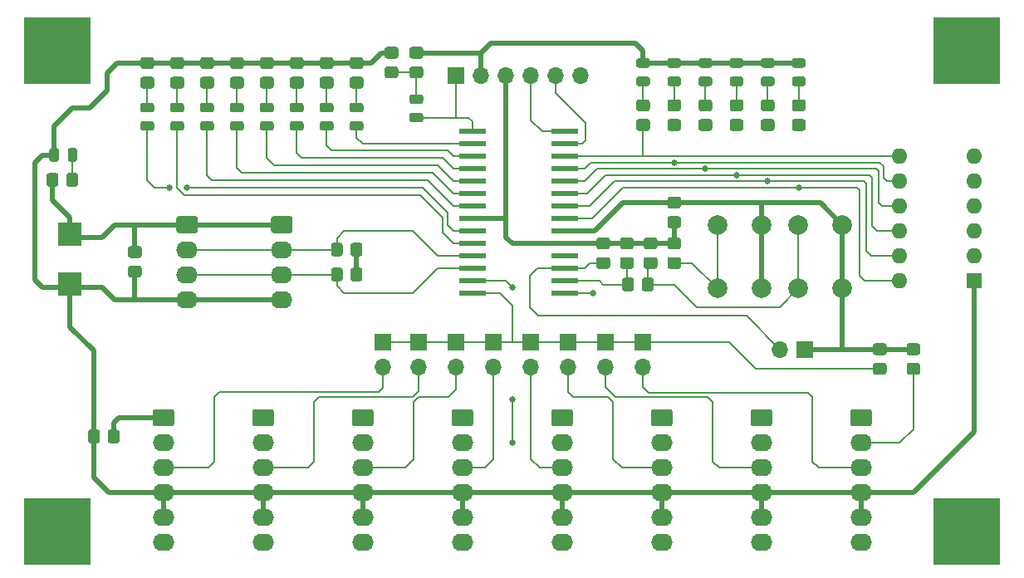
<source format=gbr>
G04 #@! TF.GenerationSoftware,KiCad,Pcbnew,(5.1.9)-1*
G04 #@! TF.CreationDate,2022-03-14T10:23:35-06:00*
G04 #@! TF.ProjectId,SensorBoard,53656e73-6f72-4426-9f61-72642e6b6963,rev?*
G04 #@! TF.SameCoordinates,Original*
G04 #@! TF.FileFunction,Copper,L1,Top*
G04 #@! TF.FilePolarity,Positive*
%FSLAX46Y46*%
G04 Gerber Fmt 4.6, Leading zero omitted, Abs format (unit mm)*
G04 Created by KiCad (PCBNEW (5.1.9)-1) date 2022-03-14 10:23:35*
%MOMM*%
%LPD*%
G01*
G04 APERTURE LIST*
G04 #@! TA.AperFunction,SMDPad,CuDef*
%ADD10R,2.794000X0.600000*%
G04 #@! TD*
G04 #@! TA.AperFunction,ComponentPad*
%ADD11O,2.190000X1.740000*%
G04 #@! TD*
G04 #@! TA.AperFunction,ComponentPad*
%ADD12R,2.413000X2.413000*%
G04 #@! TD*
G04 #@! TA.AperFunction,ComponentPad*
%ADD13R,6.756400X6.756400*%
G04 #@! TD*
G04 #@! TA.AperFunction,ComponentPad*
%ADD14R,1.700000X1.700000*%
G04 #@! TD*
G04 #@! TA.AperFunction,ComponentPad*
%ADD15O,1.700000X1.700000*%
G04 #@! TD*
G04 #@! TA.AperFunction,ComponentPad*
%ADD16R,1.600000X1.600000*%
G04 #@! TD*
G04 #@! TA.AperFunction,ComponentPad*
%ADD17O,1.600000X1.600000*%
G04 #@! TD*
G04 #@! TA.AperFunction,ComponentPad*
%ADD18C,2.000000*%
G04 #@! TD*
G04 #@! TA.AperFunction,ViaPad*
%ADD19C,0.762000*%
G04 #@! TD*
G04 #@! TA.AperFunction,ViaPad*
%ADD20C,0.660400*%
G04 #@! TD*
G04 #@! TA.AperFunction,Conductor*
%ADD21C,0.508000*%
G04 #@! TD*
G04 #@! TA.AperFunction,Conductor*
%ADD22C,0.203200*%
G04 #@! TD*
G04 APERTURE END LIST*
G04 #@! TO.P,R24,2*
G04 #@! TO.N,Net-(C5-Pad1)*
G04 #@! TA.AperFunction,SMDPad,CuDef*
G36*
G01*
X152746000Y-113595999D02*
X152746000Y-114496001D01*
G75*
G02*
X152496001Y-114746000I-249999J0D01*
G01*
X151795999Y-114746000D01*
G75*
G02*
X151546000Y-114496001I0J249999D01*
G01*
X151546000Y-113595999D01*
G75*
G02*
X151795999Y-113346000I249999J0D01*
G01*
X152496001Y-113346000D01*
G75*
G02*
X152746000Y-113595999I0J-249999D01*
G01*
G37*
G04 #@! TD.AperFunction*
G04 #@! TO.P,R24,1*
G04 #@! TO.N,Net-(R14-Pad1)*
G04 #@! TA.AperFunction,SMDPad,CuDef*
G36*
G01*
X154746000Y-113595999D02*
X154746000Y-114496001D01*
G75*
G02*
X154496001Y-114746000I-249999J0D01*
G01*
X153795999Y-114746000D01*
G75*
G02*
X153546000Y-114496001I0J249999D01*
G01*
X153546000Y-113595999D01*
G75*
G02*
X153795999Y-113346000I249999J0D01*
G01*
X154496001Y-113346000D01*
G75*
G02*
X154746000Y-113595999I0J-249999D01*
G01*
G37*
G04 #@! TD.AperFunction*
G04 #@! TD*
G04 #@! TO.P,C5,2*
G04 #@! TO.N,GND*
G04 #@! TA.AperFunction,SMDPad,CuDef*
G36*
G01*
X152469001Y-110455000D02*
X151568999Y-110455000D01*
G75*
G02*
X151319000Y-110205001I0J249999D01*
G01*
X151319000Y-109504999D01*
G75*
G02*
X151568999Y-109255000I249999J0D01*
G01*
X152469001Y-109255000D01*
G75*
G02*
X152719000Y-109504999I0J-249999D01*
G01*
X152719000Y-110205001D01*
G75*
G02*
X152469001Y-110455000I-249999J0D01*
G01*
G37*
G04 #@! TD.AperFunction*
G04 #@! TO.P,C5,1*
G04 #@! TO.N,Net-(C5-Pad1)*
G04 #@! TA.AperFunction,SMDPad,CuDef*
G36*
G01*
X152469001Y-112455000D02*
X151568999Y-112455000D01*
G75*
G02*
X151319000Y-112205001I0J249999D01*
G01*
X151319000Y-111504999D01*
G75*
G02*
X151568999Y-111255000I249999J0D01*
G01*
X152469001Y-111255000D01*
G75*
G02*
X152719000Y-111504999I0J-249999D01*
G01*
X152719000Y-112205001D01*
G75*
G02*
X152469001Y-112455000I-249999J0D01*
G01*
G37*
G04 #@! TD.AperFunction*
G04 #@! TD*
D10*
G04 #@! TO.P,U1,14*
G04 #@! TO.N,SCL2*
X136270000Y-114935000D03*
G04 #@! TO.P,U1,15*
G04 #@! TO.N,Net-(R13-Pad1)*
X145670000Y-114935000D03*
G04 #@! TO.P,U1,13*
G04 #@! TO.N,SDA2*
X136270000Y-113665000D03*
G04 #@! TO.P,U1,16*
G04 #@! TO.N,Net-(C5-Pad1)*
X145670000Y-113665000D03*
G04 #@! TO.P,U1,12*
G04 #@! TO.N,Net-(J2-Pad3)*
X136270000Y-112395000D03*
G04 #@! TO.P,U1,17*
G04 #@! TO.N,Net-(JP1-Pad2)*
X145670000Y-112395000D03*
G04 #@! TO.P,U1,11*
G04 #@! TO.N,Net-(J2-Pad2)*
X136270000Y-111125000D03*
G04 #@! TO.P,U1,18*
G04 #@! TO.N,Net-(U1-Pad18)*
X145670000Y-111125000D03*
G04 #@! TO.P,U1,10*
G04 #@! TO.N,Net-(D15-Pad2)*
X136270000Y-109855000D03*
G04 #@! TO.P,U1,19*
G04 #@! TO.N,GND*
X145670000Y-109855000D03*
G04 #@! TO.P,U1,9*
G04 #@! TO.N,Net-(D16-Pad2)*
X136270000Y-108585000D03*
G04 #@! TO.P,U1,20*
G04 #@! TO.N,+5V*
X145670000Y-108585000D03*
G04 #@! TO.P,U1,8*
G04 #@! TO.N,GND*
X136270000Y-107315000D03*
G04 #@! TO.P,U1,21*
G04 #@! TO.N,Net-(R5-Pad2)*
X145670000Y-107315000D03*
G04 #@! TO.P,U1,7*
G04 #@! TO.N,Net-(D14-Pad2)*
X136270000Y-106045000D03*
G04 #@! TO.P,U1,22*
G04 #@! TO.N,Net-(R6-Pad2)*
X145670000Y-106045000D03*
G04 #@! TO.P,U1,6*
G04 #@! TO.N,Net-(D13-Pad2)*
X136270000Y-104775000D03*
G04 #@! TO.P,U1,23*
G04 #@! TO.N,Net-(R7-Pad2)*
X145670000Y-104775000D03*
G04 #@! TO.P,U1,5*
G04 #@! TO.N,Net-(D12-Pad2)*
X136270000Y-103505000D03*
G04 #@! TO.P,U1,24*
G04 #@! TO.N,Net-(R8-Pad2)*
X145670000Y-103505000D03*
G04 #@! TO.P,U1,4*
G04 #@! TO.N,Net-(D11-Pad2)*
X136270000Y-102235000D03*
G04 #@! TO.P,U1,25*
G04 #@! TO.N,Net-(R9-Pad2)*
X145670000Y-102235000D03*
G04 #@! TO.P,U1,3*
G04 #@! TO.N,Net-(D10-Pad2)*
X136270000Y-100965000D03*
G04 #@! TO.P,U1,26*
G04 #@! TO.N,Net-(R10-Pad2)*
X145670000Y-100965000D03*
G04 #@! TO.P,U1,2*
G04 #@! TO.N,Net-(D9-Pad2)*
X136270000Y-99695000D03*
G04 #@! TO.P,U1,27*
G04 #@! TO.N,RB6*
X145670000Y-99695000D03*
G04 #@! TO.P,U1,1*
G04 #@! TO.N,Net-(D8-Pad1)*
X136270000Y-98425000D03*
G04 #@! TO.P,U1,28*
G04 #@! TO.N,RB7*
X145670000Y-98425000D03*
G04 #@! TD*
D11*
G04 #@! TO.P,J11,6*
G04 #@! TO.N,Net-(J11-Pad6)*
X165735000Y-140335000D03*
G04 #@! TO.P,J11,5*
G04 #@! TO.N,GND*
X165735000Y-137795000D03*
G04 #@! TO.P,J11,4*
X165735000Y-135255000D03*
G04 #@! TO.P,J11,3*
G04 #@! TO.N,Net-(J11-Pad3)*
X165735000Y-132715000D03*
G04 #@! TO.P,J11,2*
G04 #@! TO.N,SDA2*
X165735000Y-130175000D03*
G04 #@! TO.P,J11,1*
G04 #@! TO.N,+5V*
G04 #@! TA.AperFunction,ComponentPad*
G36*
G01*
X164889999Y-126765000D02*
X166580001Y-126765000D01*
G75*
G02*
X166830000Y-127014999I0J-249999D01*
G01*
X166830000Y-128255001D01*
G75*
G02*
X166580001Y-128505000I-249999J0D01*
G01*
X164889999Y-128505000D01*
G75*
G02*
X164640000Y-128255001I0J249999D01*
G01*
X164640000Y-127014999D01*
G75*
G02*
X164889999Y-126765000I249999J0D01*
G01*
G37*
G04 #@! TD.AperFunction*
G04 #@! TD*
G04 #@! TO.P,J12,6*
G04 #@! TO.N,Net-(J12-Pad6)*
X175895000Y-140335000D03*
G04 #@! TO.P,J12,5*
G04 #@! TO.N,GND*
X175895000Y-137795000D03*
G04 #@! TO.P,J12,4*
X175895000Y-135255000D03*
G04 #@! TO.P,J12,3*
G04 #@! TO.N,Net-(J12-Pad3)*
X175895000Y-132715000D03*
G04 #@! TO.P,J12,2*
G04 #@! TO.N,SDA2*
X175895000Y-130175000D03*
G04 #@! TO.P,J12,1*
G04 #@! TO.N,+5V*
G04 #@! TA.AperFunction,ComponentPad*
G36*
G01*
X175049999Y-126765000D02*
X176740001Y-126765000D01*
G75*
G02*
X176990000Y-127014999I0J-249999D01*
G01*
X176990000Y-128255001D01*
G75*
G02*
X176740001Y-128505000I-249999J0D01*
G01*
X175049999Y-128505000D01*
G75*
G02*
X174800000Y-128255001I0J249999D01*
G01*
X174800000Y-127014999D01*
G75*
G02*
X175049999Y-126765000I249999J0D01*
G01*
G37*
G04 #@! TD.AperFunction*
G04 #@! TD*
G04 #@! TO.P,J10,6*
G04 #@! TO.N,Net-(J10-Pad6)*
X155575000Y-140335000D03*
G04 #@! TO.P,J10,5*
G04 #@! TO.N,GND*
X155575000Y-137795000D03*
G04 #@! TO.P,J10,4*
X155575000Y-135255000D03*
G04 #@! TO.P,J10,3*
G04 #@! TO.N,Net-(J10-Pad3)*
X155575000Y-132715000D03*
G04 #@! TO.P,J10,2*
G04 #@! TO.N,SDA2*
X155575000Y-130175000D03*
G04 #@! TO.P,J10,1*
G04 #@! TO.N,+5V*
G04 #@! TA.AperFunction,ComponentPad*
G36*
G01*
X154729999Y-126765000D02*
X156420001Y-126765000D01*
G75*
G02*
X156670000Y-127014999I0J-249999D01*
G01*
X156670000Y-128255001D01*
G75*
G02*
X156420001Y-128505000I-249999J0D01*
G01*
X154729999Y-128505000D01*
G75*
G02*
X154480000Y-128255001I0J249999D01*
G01*
X154480000Y-127014999D01*
G75*
G02*
X154729999Y-126765000I249999J0D01*
G01*
G37*
G04 #@! TD.AperFunction*
G04 #@! TD*
G04 #@! TO.P,J9,6*
G04 #@! TO.N,Net-(J9-Pad6)*
X145415000Y-140335000D03*
G04 #@! TO.P,J9,5*
G04 #@! TO.N,GND*
X145415000Y-137795000D03*
G04 #@! TO.P,J9,4*
X145415000Y-135255000D03*
G04 #@! TO.P,J9,3*
G04 #@! TO.N,Net-(J9-Pad3)*
X145415000Y-132715000D03*
G04 #@! TO.P,J9,2*
G04 #@! TO.N,SDA2*
X145415000Y-130175000D03*
G04 #@! TO.P,J9,1*
G04 #@! TO.N,+5V*
G04 #@! TA.AperFunction,ComponentPad*
G36*
G01*
X144569999Y-126765000D02*
X146260001Y-126765000D01*
G75*
G02*
X146510000Y-127014999I0J-249999D01*
G01*
X146510000Y-128255001D01*
G75*
G02*
X146260001Y-128505000I-249999J0D01*
G01*
X144569999Y-128505000D01*
G75*
G02*
X144320000Y-128255001I0J249999D01*
G01*
X144320000Y-127014999D01*
G75*
G02*
X144569999Y-126765000I249999J0D01*
G01*
G37*
G04 #@! TD.AperFunction*
G04 #@! TD*
G04 #@! TO.P,J8,6*
G04 #@! TO.N,Net-(J8-Pad6)*
X135255000Y-140335000D03*
G04 #@! TO.P,J8,5*
G04 #@! TO.N,GND*
X135255000Y-137795000D03*
G04 #@! TO.P,J8,4*
X135255000Y-135255000D03*
G04 #@! TO.P,J8,3*
G04 #@! TO.N,Net-(J8-Pad3)*
X135255000Y-132715000D03*
G04 #@! TO.P,J8,2*
G04 #@! TO.N,SDA2*
X135255000Y-130175000D03*
G04 #@! TO.P,J8,1*
G04 #@! TO.N,+5V*
G04 #@! TA.AperFunction,ComponentPad*
G36*
G01*
X134409999Y-126765000D02*
X136100001Y-126765000D01*
G75*
G02*
X136350000Y-127014999I0J-249999D01*
G01*
X136350000Y-128255001D01*
G75*
G02*
X136100001Y-128505000I-249999J0D01*
G01*
X134409999Y-128505000D01*
G75*
G02*
X134160000Y-128255001I0J249999D01*
G01*
X134160000Y-127014999D01*
G75*
G02*
X134409999Y-126765000I249999J0D01*
G01*
G37*
G04 #@! TD.AperFunction*
G04 #@! TD*
G04 #@! TO.P,J7,6*
G04 #@! TO.N,Net-(J7-Pad6)*
X125095000Y-140335000D03*
G04 #@! TO.P,J7,5*
G04 #@! TO.N,GND*
X125095000Y-137795000D03*
G04 #@! TO.P,J7,4*
X125095000Y-135255000D03*
G04 #@! TO.P,J7,3*
G04 #@! TO.N,Net-(J7-Pad3)*
X125095000Y-132715000D03*
G04 #@! TO.P,J7,2*
G04 #@! TO.N,SDA2*
X125095000Y-130175000D03*
G04 #@! TO.P,J7,1*
G04 #@! TO.N,+5V*
G04 #@! TA.AperFunction,ComponentPad*
G36*
G01*
X124249999Y-126765000D02*
X125940001Y-126765000D01*
G75*
G02*
X126190000Y-127014999I0J-249999D01*
G01*
X126190000Y-128255001D01*
G75*
G02*
X125940001Y-128505000I-249999J0D01*
G01*
X124249999Y-128505000D01*
G75*
G02*
X124000000Y-128255001I0J249999D01*
G01*
X124000000Y-127014999D01*
G75*
G02*
X124249999Y-126765000I249999J0D01*
G01*
G37*
G04 #@! TD.AperFunction*
G04 #@! TD*
G04 #@! TO.P,J6,6*
G04 #@! TO.N,Net-(J6-Pad6)*
X114935000Y-140335000D03*
G04 #@! TO.P,J6,5*
G04 #@! TO.N,GND*
X114935000Y-137795000D03*
G04 #@! TO.P,J6,4*
X114935000Y-135255000D03*
G04 #@! TO.P,J6,3*
G04 #@! TO.N,Net-(J6-Pad3)*
X114935000Y-132715000D03*
G04 #@! TO.P,J6,2*
G04 #@! TO.N,SDA2*
X114935000Y-130175000D03*
G04 #@! TO.P,J6,1*
G04 #@! TO.N,+5V*
G04 #@! TA.AperFunction,ComponentPad*
G36*
G01*
X114089999Y-126765000D02*
X115780001Y-126765000D01*
G75*
G02*
X116030000Y-127014999I0J-249999D01*
G01*
X116030000Y-128255001D01*
G75*
G02*
X115780001Y-128505000I-249999J0D01*
G01*
X114089999Y-128505000D01*
G75*
G02*
X113840000Y-128255001I0J249999D01*
G01*
X113840000Y-127014999D01*
G75*
G02*
X114089999Y-126765000I249999J0D01*
G01*
G37*
G04 #@! TD.AperFunction*
G04 #@! TD*
G04 #@! TO.P,J5,6*
G04 #@! TO.N,Net-(J5-Pad6)*
X104775000Y-140335000D03*
G04 #@! TO.P,J5,5*
G04 #@! TO.N,GND*
X104775000Y-137795000D03*
G04 #@! TO.P,J5,4*
X104775000Y-135255000D03*
G04 #@! TO.P,J5,3*
G04 #@! TO.N,Net-(J5-Pad3)*
X104775000Y-132715000D03*
G04 #@! TO.P,J5,2*
G04 #@! TO.N,SDA2*
X104775000Y-130175000D03*
G04 #@! TO.P,J5,1*
G04 #@! TO.N,+5V*
G04 #@! TA.AperFunction,ComponentPad*
G36*
G01*
X103929999Y-126765000D02*
X105620001Y-126765000D01*
G75*
G02*
X105870000Y-127014999I0J-249999D01*
G01*
X105870000Y-128255001D01*
G75*
G02*
X105620001Y-128505000I-249999J0D01*
G01*
X103929999Y-128505000D01*
G75*
G02*
X103680000Y-128255001I0J249999D01*
G01*
X103680000Y-127014999D01*
G75*
G02*
X103929999Y-126765000I249999J0D01*
G01*
G37*
G04 #@! TD.AperFunction*
G04 #@! TD*
D12*
G04 #@! TO.P,J1,2*
G04 #@! TO.N,GND*
X95250000Y-114000000D03*
G04 #@! TO.P,J1,1*
G04 #@! TO.N,+5V*
X95250000Y-108920000D03*
G04 #@! TD*
G04 #@! TO.P,D1,2*
G04 #@! TO.N,Net-(D1-Pad2)*
G04 #@! TA.AperFunction,SMDPad,CuDef*
G36*
G01*
X95016500Y-101294250D02*
X95016500Y-100381750D01*
G75*
G02*
X95260250Y-100138000I243750J0D01*
G01*
X95747750Y-100138000D01*
G75*
G02*
X95991500Y-100381750I0J-243750D01*
G01*
X95991500Y-101294250D01*
G75*
G02*
X95747750Y-101538000I-243750J0D01*
G01*
X95260250Y-101538000D01*
G75*
G02*
X95016500Y-101294250I0J243750D01*
G01*
G37*
G04 #@! TD.AperFunction*
G04 #@! TO.P,D1,1*
G04 #@! TO.N,GND*
G04 #@! TA.AperFunction,SMDPad,CuDef*
G36*
G01*
X93141500Y-101294250D02*
X93141500Y-100381750D01*
G75*
G02*
X93385250Y-100138000I243750J0D01*
G01*
X93872750Y-100138000D01*
G75*
G02*
X94116500Y-100381750I0J-243750D01*
G01*
X94116500Y-101294250D01*
G75*
G02*
X93872750Y-101538000I-243750J0D01*
G01*
X93385250Y-101538000D01*
G75*
G02*
X93141500Y-101294250I0J243750D01*
G01*
G37*
G04 #@! TD.AperFunction*
G04 #@! TD*
G04 #@! TO.P,C2,2*
G04 #@! TO.N,GND*
G04 #@! TA.AperFunction,SMDPad,CuDef*
G36*
G01*
X156394999Y-107096000D02*
X157295001Y-107096000D01*
G75*
G02*
X157545000Y-107345999I0J-249999D01*
G01*
X157545000Y-108046001D01*
G75*
G02*
X157295001Y-108296000I-249999J0D01*
G01*
X156394999Y-108296000D01*
G75*
G02*
X156145000Y-108046001I0J249999D01*
G01*
X156145000Y-107345999D01*
G75*
G02*
X156394999Y-107096000I249999J0D01*
G01*
G37*
G04 #@! TD.AperFunction*
G04 #@! TO.P,C2,1*
G04 #@! TO.N,+5V*
G04 #@! TA.AperFunction,SMDPad,CuDef*
G36*
G01*
X156394999Y-105096000D02*
X157295001Y-105096000D01*
G75*
G02*
X157545000Y-105345999I0J-249999D01*
G01*
X157545000Y-106046001D01*
G75*
G02*
X157295001Y-106296000I-249999J0D01*
G01*
X156394999Y-106296000D01*
G75*
G02*
X156145000Y-106046001I0J249999D01*
G01*
X156145000Y-105345999D01*
G75*
G02*
X156394999Y-105096000I249999J0D01*
G01*
G37*
G04 #@! TD.AperFunction*
G04 #@! TD*
D13*
G04 #@! TO.P,REF\u002A\u002A,1*
G04 #@! TO.N,N/C*
X186690000Y-139192000D03*
G04 #@! TD*
G04 #@! TO.P,REF\u002A\u002A,1*
G04 #@! TO.N,N/C*
X93980000Y-139192000D03*
G04 #@! TD*
G04 #@! TO.P,REF\u002A\u002A,1*
G04 #@! TO.N,N/C*
X93980000Y-90170000D03*
G04 #@! TD*
G04 #@! TO.P,REF\u002A\u002A,1*
G04 #@! TO.N,N/C*
X186690000Y-90170000D03*
G04 #@! TD*
G04 #@! TO.P,C1,2*
G04 #@! TO.N,GND*
G04 #@! TA.AperFunction,SMDPad,CuDef*
G36*
G01*
X101403999Y-112144000D02*
X102304001Y-112144000D01*
G75*
G02*
X102554000Y-112393999I0J-249999D01*
G01*
X102554000Y-113094001D01*
G75*
G02*
X102304001Y-113344000I-249999J0D01*
G01*
X101403999Y-113344000D01*
G75*
G02*
X101154000Y-113094001I0J249999D01*
G01*
X101154000Y-112393999D01*
G75*
G02*
X101403999Y-112144000I249999J0D01*
G01*
G37*
G04 #@! TD.AperFunction*
G04 #@! TO.P,C1,1*
G04 #@! TO.N,+5V*
G04 #@! TA.AperFunction,SMDPad,CuDef*
G36*
G01*
X101403999Y-110144000D02*
X102304001Y-110144000D01*
G75*
G02*
X102554000Y-110393999I0J-249999D01*
G01*
X102554000Y-111094001D01*
G75*
G02*
X102304001Y-111344000I-249999J0D01*
G01*
X101403999Y-111344000D01*
G75*
G02*
X101154000Y-111094001I0J249999D01*
G01*
X101154000Y-110393999D01*
G75*
G02*
X101403999Y-110144000I249999J0D01*
G01*
G37*
G04 #@! TD.AperFunction*
G04 #@! TD*
G04 #@! TO.P,C3,2*
G04 #@! TO.N,GND*
G04 #@! TA.AperFunction,SMDPad,CuDef*
G36*
G01*
X128466001Y-91024000D02*
X127565999Y-91024000D01*
G75*
G02*
X127316000Y-90774001I0J249999D01*
G01*
X127316000Y-90073999D01*
G75*
G02*
X127565999Y-89824000I249999J0D01*
G01*
X128466001Y-89824000D01*
G75*
G02*
X128716000Y-90073999I0J-249999D01*
G01*
X128716000Y-90774001D01*
G75*
G02*
X128466001Y-91024000I-249999J0D01*
G01*
G37*
G04 #@! TD.AperFunction*
G04 #@! TO.P,C3,1*
G04 #@! TO.N,Net-(C3-Pad1)*
G04 #@! TA.AperFunction,SMDPad,CuDef*
G36*
G01*
X128466001Y-93024000D02*
X127565999Y-93024000D01*
G75*
G02*
X127316000Y-92774001I0J249999D01*
G01*
X127316000Y-92073999D01*
G75*
G02*
X127565999Y-91824000I249999J0D01*
G01*
X128466001Y-91824000D01*
G75*
G02*
X128716000Y-92073999I0J-249999D01*
G01*
X128716000Y-92774001D01*
G75*
G02*
X128466001Y-93024000I-249999J0D01*
G01*
G37*
G04 #@! TD.AperFunction*
G04 #@! TD*
G04 #@! TO.P,C4,1*
G04 #@! TO.N,+5V*
G04 #@! TA.AperFunction,SMDPad,CuDef*
G36*
G01*
X100295000Y-129089999D02*
X100295000Y-129990001D01*
G75*
G02*
X100045001Y-130240000I-249999J0D01*
G01*
X99344999Y-130240000D01*
G75*
G02*
X99095000Y-129990001I0J249999D01*
G01*
X99095000Y-129089999D01*
G75*
G02*
X99344999Y-128840000I249999J0D01*
G01*
X100045001Y-128840000D01*
G75*
G02*
X100295000Y-129089999I0J-249999D01*
G01*
G37*
G04 #@! TD.AperFunction*
G04 #@! TO.P,C4,2*
G04 #@! TO.N,GND*
G04 #@! TA.AperFunction,SMDPad,CuDef*
G36*
G01*
X98295000Y-129089999D02*
X98295000Y-129990001D01*
G75*
G02*
X98045001Y-130240000I-249999J0D01*
G01*
X97344999Y-130240000D01*
G75*
G02*
X97095000Y-129990001I0J249999D01*
G01*
X97095000Y-129089999D01*
G75*
G02*
X97344999Y-128840000I249999J0D01*
G01*
X98045001Y-128840000D01*
G75*
G02*
X98295000Y-129089999I0J-249999D01*
G01*
G37*
G04 #@! TD.AperFunction*
G04 #@! TD*
G04 #@! TO.P,D2,1*
G04 #@! TO.N,Net-(D2-Pad1)*
G04 #@! TA.AperFunction,SMDPad,CuDef*
G36*
G01*
X170001250Y-93832500D02*
X169088750Y-93832500D01*
G75*
G02*
X168845000Y-93588750I0J243750D01*
G01*
X168845000Y-93101250D01*
G75*
G02*
X169088750Y-92857500I243750J0D01*
G01*
X170001250Y-92857500D01*
G75*
G02*
X170245000Y-93101250I0J-243750D01*
G01*
X170245000Y-93588750D01*
G75*
G02*
X170001250Y-93832500I-243750J0D01*
G01*
G37*
G04 #@! TD.AperFunction*
G04 #@! TO.P,D2,2*
G04 #@! TO.N,+5V*
G04 #@! TA.AperFunction,SMDPad,CuDef*
G36*
G01*
X170001250Y-91957500D02*
X169088750Y-91957500D01*
G75*
G02*
X168845000Y-91713750I0J243750D01*
G01*
X168845000Y-91226250D01*
G75*
G02*
X169088750Y-90982500I243750J0D01*
G01*
X170001250Y-90982500D01*
G75*
G02*
X170245000Y-91226250I0J-243750D01*
G01*
X170245000Y-91713750D01*
G75*
G02*
X170001250Y-91957500I-243750J0D01*
G01*
G37*
G04 #@! TD.AperFunction*
G04 #@! TD*
G04 #@! TO.P,D3,1*
G04 #@! TO.N,Net-(D3-Pad1)*
G04 #@! TA.AperFunction,SMDPad,CuDef*
G36*
G01*
X166826250Y-93832500D02*
X165913750Y-93832500D01*
G75*
G02*
X165670000Y-93588750I0J243750D01*
G01*
X165670000Y-93101250D01*
G75*
G02*
X165913750Y-92857500I243750J0D01*
G01*
X166826250Y-92857500D01*
G75*
G02*
X167070000Y-93101250I0J-243750D01*
G01*
X167070000Y-93588750D01*
G75*
G02*
X166826250Y-93832500I-243750J0D01*
G01*
G37*
G04 #@! TD.AperFunction*
G04 #@! TO.P,D3,2*
G04 #@! TO.N,+5V*
G04 #@! TA.AperFunction,SMDPad,CuDef*
G36*
G01*
X166826250Y-91957500D02*
X165913750Y-91957500D01*
G75*
G02*
X165670000Y-91713750I0J243750D01*
G01*
X165670000Y-91226250D01*
G75*
G02*
X165913750Y-90982500I243750J0D01*
G01*
X166826250Y-90982500D01*
G75*
G02*
X167070000Y-91226250I0J-243750D01*
G01*
X167070000Y-91713750D01*
G75*
G02*
X166826250Y-91957500I-243750J0D01*
G01*
G37*
G04 #@! TD.AperFunction*
G04 #@! TD*
G04 #@! TO.P,D4,1*
G04 #@! TO.N,Net-(D4-Pad1)*
G04 #@! TA.AperFunction,SMDPad,CuDef*
G36*
G01*
X163651250Y-93832500D02*
X162738750Y-93832500D01*
G75*
G02*
X162495000Y-93588750I0J243750D01*
G01*
X162495000Y-93101250D01*
G75*
G02*
X162738750Y-92857500I243750J0D01*
G01*
X163651250Y-92857500D01*
G75*
G02*
X163895000Y-93101250I0J-243750D01*
G01*
X163895000Y-93588750D01*
G75*
G02*
X163651250Y-93832500I-243750J0D01*
G01*
G37*
G04 #@! TD.AperFunction*
G04 #@! TO.P,D4,2*
G04 #@! TO.N,+5V*
G04 #@! TA.AperFunction,SMDPad,CuDef*
G36*
G01*
X163651250Y-91957500D02*
X162738750Y-91957500D01*
G75*
G02*
X162495000Y-91713750I0J243750D01*
G01*
X162495000Y-91226250D01*
G75*
G02*
X162738750Y-90982500I243750J0D01*
G01*
X163651250Y-90982500D01*
G75*
G02*
X163895000Y-91226250I0J-243750D01*
G01*
X163895000Y-91713750D01*
G75*
G02*
X163651250Y-91957500I-243750J0D01*
G01*
G37*
G04 #@! TD.AperFunction*
G04 #@! TD*
G04 #@! TO.P,D5,2*
G04 #@! TO.N,+5V*
G04 #@! TA.AperFunction,SMDPad,CuDef*
G36*
G01*
X160476250Y-91957500D02*
X159563750Y-91957500D01*
G75*
G02*
X159320000Y-91713750I0J243750D01*
G01*
X159320000Y-91226250D01*
G75*
G02*
X159563750Y-90982500I243750J0D01*
G01*
X160476250Y-90982500D01*
G75*
G02*
X160720000Y-91226250I0J-243750D01*
G01*
X160720000Y-91713750D01*
G75*
G02*
X160476250Y-91957500I-243750J0D01*
G01*
G37*
G04 #@! TD.AperFunction*
G04 #@! TO.P,D5,1*
G04 #@! TO.N,Net-(D5-Pad1)*
G04 #@! TA.AperFunction,SMDPad,CuDef*
G36*
G01*
X160476250Y-93832500D02*
X159563750Y-93832500D01*
G75*
G02*
X159320000Y-93588750I0J243750D01*
G01*
X159320000Y-93101250D01*
G75*
G02*
X159563750Y-92857500I243750J0D01*
G01*
X160476250Y-92857500D01*
G75*
G02*
X160720000Y-93101250I0J-243750D01*
G01*
X160720000Y-93588750D01*
G75*
G02*
X160476250Y-93832500I-243750J0D01*
G01*
G37*
G04 #@! TD.AperFunction*
G04 #@! TD*
G04 #@! TO.P,D6,1*
G04 #@! TO.N,Net-(D6-Pad1)*
G04 #@! TA.AperFunction,SMDPad,CuDef*
G36*
G01*
X157301250Y-93832500D02*
X156388750Y-93832500D01*
G75*
G02*
X156145000Y-93588750I0J243750D01*
G01*
X156145000Y-93101250D01*
G75*
G02*
X156388750Y-92857500I243750J0D01*
G01*
X157301250Y-92857500D01*
G75*
G02*
X157545000Y-93101250I0J-243750D01*
G01*
X157545000Y-93588750D01*
G75*
G02*
X157301250Y-93832500I-243750J0D01*
G01*
G37*
G04 #@! TD.AperFunction*
G04 #@! TO.P,D6,2*
G04 #@! TO.N,+5V*
G04 #@! TA.AperFunction,SMDPad,CuDef*
G36*
G01*
X157301250Y-91957500D02*
X156388750Y-91957500D01*
G75*
G02*
X156145000Y-91713750I0J243750D01*
G01*
X156145000Y-91226250D01*
G75*
G02*
X156388750Y-90982500I243750J0D01*
G01*
X157301250Y-90982500D01*
G75*
G02*
X157545000Y-91226250I0J-243750D01*
G01*
X157545000Y-91713750D01*
G75*
G02*
X157301250Y-91957500I-243750J0D01*
G01*
G37*
G04 #@! TD.AperFunction*
G04 #@! TD*
G04 #@! TO.P,D7,2*
G04 #@! TO.N,+5V*
G04 #@! TA.AperFunction,SMDPad,CuDef*
G36*
G01*
X154126250Y-91957500D02*
X153213750Y-91957500D01*
G75*
G02*
X152970000Y-91713750I0J243750D01*
G01*
X152970000Y-91226250D01*
G75*
G02*
X153213750Y-90982500I243750J0D01*
G01*
X154126250Y-90982500D01*
G75*
G02*
X154370000Y-91226250I0J-243750D01*
G01*
X154370000Y-91713750D01*
G75*
G02*
X154126250Y-91957500I-243750J0D01*
G01*
G37*
G04 #@! TD.AperFunction*
G04 #@! TO.P,D7,1*
G04 #@! TO.N,Net-(D7-Pad1)*
G04 #@! TA.AperFunction,SMDPad,CuDef*
G36*
G01*
X154126250Y-93832500D02*
X153213750Y-93832500D01*
G75*
G02*
X152970000Y-93588750I0J243750D01*
G01*
X152970000Y-93101250D01*
G75*
G02*
X153213750Y-92857500I243750J0D01*
G01*
X154126250Y-92857500D01*
G75*
G02*
X154370000Y-93101250I0J-243750D01*
G01*
X154370000Y-93588750D01*
G75*
G02*
X154126250Y-93832500I-243750J0D01*
G01*
G37*
G04 #@! TD.AperFunction*
G04 #@! TD*
G04 #@! TO.P,D8,1*
G04 #@! TO.N,Net-(D8-Pad1)*
G04 #@! TA.AperFunction,SMDPad,CuDef*
G36*
G01*
X131012250Y-97515500D02*
X130099750Y-97515500D01*
G75*
G02*
X129856000Y-97271750I0J243750D01*
G01*
X129856000Y-96784250D01*
G75*
G02*
X130099750Y-96540500I243750J0D01*
G01*
X131012250Y-96540500D01*
G75*
G02*
X131256000Y-96784250I0J-243750D01*
G01*
X131256000Y-97271750D01*
G75*
G02*
X131012250Y-97515500I-243750J0D01*
G01*
G37*
G04 #@! TD.AperFunction*
G04 #@! TO.P,D8,2*
G04 #@! TO.N,Net-(C3-Pad1)*
G04 #@! TA.AperFunction,SMDPad,CuDef*
G36*
G01*
X131012250Y-95640500D02*
X130099750Y-95640500D01*
G75*
G02*
X129856000Y-95396750I0J243750D01*
G01*
X129856000Y-94909250D01*
G75*
G02*
X130099750Y-94665500I243750J0D01*
G01*
X131012250Y-94665500D01*
G75*
G02*
X131256000Y-94909250I0J-243750D01*
G01*
X131256000Y-95396750D01*
G75*
G02*
X131012250Y-95640500I-243750J0D01*
G01*
G37*
G04 #@! TD.AperFunction*
G04 #@! TD*
G04 #@! TO.P,D9,1*
G04 #@! TO.N,Net-(D9-Pad1)*
G04 #@! TA.AperFunction,SMDPad,CuDef*
G36*
G01*
X124003750Y-95524500D02*
X124916250Y-95524500D01*
G75*
G02*
X125160000Y-95768250I0J-243750D01*
G01*
X125160000Y-96255750D01*
G75*
G02*
X124916250Y-96499500I-243750J0D01*
G01*
X124003750Y-96499500D01*
G75*
G02*
X123760000Y-96255750I0J243750D01*
G01*
X123760000Y-95768250D01*
G75*
G02*
X124003750Y-95524500I243750J0D01*
G01*
G37*
G04 #@! TD.AperFunction*
G04 #@! TO.P,D9,2*
G04 #@! TO.N,Net-(D9-Pad2)*
G04 #@! TA.AperFunction,SMDPad,CuDef*
G36*
G01*
X124003750Y-97399500D02*
X124916250Y-97399500D01*
G75*
G02*
X125160000Y-97643250I0J-243750D01*
G01*
X125160000Y-98130750D01*
G75*
G02*
X124916250Y-98374500I-243750J0D01*
G01*
X124003750Y-98374500D01*
G75*
G02*
X123760000Y-98130750I0J243750D01*
G01*
X123760000Y-97643250D01*
G75*
G02*
X124003750Y-97399500I243750J0D01*
G01*
G37*
G04 #@! TD.AperFunction*
G04 #@! TD*
G04 #@! TO.P,D10,2*
G04 #@! TO.N,Net-(D10-Pad2)*
G04 #@! TA.AperFunction,SMDPad,CuDef*
G36*
G01*
X120955750Y-97399500D02*
X121868250Y-97399500D01*
G75*
G02*
X122112000Y-97643250I0J-243750D01*
G01*
X122112000Y-98130750D01*
G75*
G02*
X121868250Y-98374500I-243750J0D01*
G01*
X120955750Y-98374500D01*
G75*
G02*
X120712000Y-98130750I0J243750D01*
G01*
X120712000Y-97643250D01*
G75*
G02*
X120955750Y-97399500I243750J0D01*
G01*
G37*
G04 #@! TD.AperFunction*
G04 #@! TO.P,D10,1*
G04 #@! TO.N,Net-(D10-Pad1)*
G04 #@! TA.AperFunction,SMDPad,CuDef*
G36*
G01*
X120955750Y-95524500D02*
X121868250Y-95524500D01*
G75*
G02*
X122112000Y-95768250I0J-243750D01*
G01*
X122112000Y-96255750D01*
G75*
G02*
X121868250Y-96499500I-243750J0D01*
G01*
X120955750Y-96499500D01*
G75*
G02*
X120712000Y-96255750I0J243750D01*
G01*
X120712000Y-95768250D01*
G75*
G02*
X120955750Y-95524500I243750J0D01*
G01*
G37*
G04 #@! TD.AperFunction*
G04 #@! TD*
G04 #@! TO.P,D11,1*
G04 #@! TO.N,Net-(D11-Pad1)*
G04 #@! TA.AperFunction,SMDPad,CuDef*
G36*
G01*
X117907750Y-95524500D02*
X118820250Y-95524500D01*
G75*
G02*
X119064000Y-95768250I0J-243750D01*
G01*
X119064000Y-96255750D01*
G75*
G02*
X118820250Y-96499500I-243750J0D01*
G01*
X117907750Y-96499500D01*
G75*
G02*
X117664000Y-96255750I0J243750D01*
G01*
X117664000Y-95768250D01*
G75*
G02*
X117907750Y-95524500I243750J0D01*
G01*
G37*
G04 #@! TD.AperFunction*
G04 #@! TO.P,D11,2*
G04 #@! TO.N,Net-(D11-Pad2)*
G04 #@! TA.AperFunction,SMDPad,CuDef*
G36*
G01*
X117907750Y-97399500D02*
X118820250Y-97399500D01*
G75*
G02*
X119064000Y-97643250I0J-243750D01*
G01*
X119064000Y-98130750D01*
G75*
G02*
X118820250Y-98374500I-243750J0D01*
G01*
X117907750Y-98374500D01*
G75*
G02*
X117664000Y-98130750I0J243750D01*
G01*
X117664000Y-97643250D01*
G75*
G02*
X117907750Y-97399500I243750J0D01*
G01*
G37*
G04 #@! TD.AperFunction*
G04 #@! TD*
G04 #@! TO.P,D12,2*
G04 #@! TO.N,Net-(D12-Pad2)*
G04 #@! TA.AperFunction,SMDPad,CuDef*
G36*
G01*
X114859750Y-97399500D02*
X115772250Y-97399500D01*
G75*
G02*
X116016000Y-97643250I0J-243750D01*
G01*
X116016000Y-98130750D01*
G75*
G02*
X115772250Y-98374500I-243750J0D01*
G01*
X114859750Y-98374500D01*
G75*
G02*
X114616000Y-98130750I0J243750D01*
G01*
X114616000Y-97643250D01*
G75*
G02*
X114859750Y-97399500I243750J0D01*
G01*
G37*
G04 #@! TD.AperFunction*
G04 #@! TO.P,D12,1*
G04 #@! TO.N,Net-(D12-Pad1)*
G04 #@! TA.AperFunction,SMDPad,CuDef*
G36*
G01*
X114859750Y-95524500D02*
X115772250Y-95524500D01*
G75*
G02*
X116016000Y-95768250I0J-243750D01*
G01*
X116016000Y-96255750D01*
G75*
G02*
X115772250Y-96499500I-243750J0D01*
G01*
X114859750Y-96499500D01*
G75*
G02*
X114616000Y-96255750I0J243750D01*
G01*
X114616000Y-95768250D01*
G75*
G02*
X114859750Y-95524500I243750J0D01*
G01*
G37*
G04 #@! TD.AperFunction*
G04 #@! TD*
G04 #@! TO.P,D13,2*
G04 #@! TO.N,Net-(D13-Pad2)*
G04 #@! TA.AperFunction,SMDPad,CuDef*
G36*
G01*
X111811750Y-97399500D02*
X112724250Y-97399500D01*
G75*
G02*
X112968000Y-97643250I0J-243750D01*
G01*
X112968000Y-98130750D01*
G75*
G02*
X112724250Y-98374500I-243750J0D01*
G01*
X111811750Y-98374500D01*
G75*
G02*
X111568000Y-98130750I0J243750D01*
G01*
X111568000Y-97643250D01*
G75*
G02*
X111811750Y-97399500I243750J0D01*
G01*
G37*
G04 #@! TD.AperFunction*
G04 #@! TO.P,D13,1*
G04 #@! TO.N,Net-(D13-Pad1)*
G04 #@! TA.AperFunction,SMDPad,CuDef*
G36*
G01*
X111811750Y-95524500D02*
X112724250Y-95524500D01*
G75*
G02*
X112968000Y-95768250I0J-243750D01*
G01*
X112968000Y-96255750D01*
G75*
G02*
X112724250Y-96499500I-243750J0D01*
G01*
X111811750Y-96499500D01*
G75*
G02*
X111568000Y-96255750I0J243750D01*
G01*
X111568000Y-95768250D01*
G75*
G02*
X111811750Y-95524500I243750J0D01*
G01*
G37*
G04 #@! TD.AperFunction*
G04 #@! TD*
G04 #@! TO.P,D14,2*
G04 #@! TO.N,Net-(D14-Pad2)*
G04 #@! TA.AperFunction,SMDPad,CuDef*
G36*
G01*
X108763750Y-97399500D02*
X109676250Y-97399500D01*
G75*
G02*
X109920000Y-97643250I0J-243750D01*
G01*
X109920000Y-98130750D01*
G75*
G02*
X109676250Y-98374500I-243750J0D01*
G01*
X108763750Y-98374500D01*
G75*
G02*
X108520000Y-98130750I0J243750D01*
G01*
X108520000Y-97643250D01*
G75*
G02*
X108763750Y-97399500I243750J0D01*
G01*
G37*
G04 #@! TD.AperFunction*
G04 #@! TO.P,D14,1*
G04 #@! TO.N,Net-(D14-Pad1)*
G04 #@! TA.AperFunction,SMDPad,CuDef*
G36*
G01*
X108763750Y-95524500D02*
X109676250Y-95524500D01*
G75*
G02*
X109920000Y-95768250I0J-243750D01*
G01*
X109920000Y-96255750D01*
G75*
G02*
X109676250Y-96499500I-243750J0D01*
G01*
X108763750Y-96499500D01*
G75*
G02*
X108520000Y-96255750I0J243750D01*
G01*
X108520000Y-95768250D01*
G75*
G02*
X108763750Y-95524500I243750J0D01*
G01*
G37*
G04 #@! TD.AperFunction*
G04 #@! TD*
G04 #@! TO.P,D15,2*
G04 #@! TO.N,Net-(D15-Pad2)*
G04 #@! TA.AperFunction,SMDPad,CuDef*
G36*
G01*
X105715750Y-97399500D02*
X106628250Y-97399500D01*
G75*
G02*
X106872000Y-97643250I0J-243750D01*
G01*
X106872000Y-98130750D01*
G75*
G02*
X106628250Y-98374500I-243750J0D01*
G01*
X105715750Y-98374500D01*
G75*
G02*
X105472000Y-98130750I0J243750D01*
G01*
X105472000Y-97643250D01*
G75*
G02*
X105715750Y-97399500I243750J0D01*
G01*
G37*
G04 #@! TD.AperFunction*
G04 #@! TO.P,D15,1*
G04 #@! TO.N,Net-(D15-Pad1)*
G04 #@! TA.AperFunction,SMDPad,CuDef*
G36*
G01*
X105715750Y-95524500D02*
X106628250Y-95524500D01*
G75*
G02*
X106872000Y-95768250I0J-243750D01*
G01*
X106872000Y-96255750D01*
G75*
G02*
X106628250Y-96499500I-243750J0D01*
G01*
X105715750Y-96499500D01*
G75*
G02*
X105472000Y-96255750I0J243750D01*
G01*
X105472000Y-95768250D01*
G75*
G02*
X105715750Y-95524500I243750J0D01*
G01*
G37*
G04 #@! TD.AperFunction*
G04 #@! TD*
G04 #@! TO.P,D16,1*
G04 #@! TO.N,Net-(D16-Pad1)*
G04 #@! TA.AperFunction,SMDPad,CuDef*
G36*
G01*
X102667750Y-95524500D02*
X103580250Y-95524500D01*
G75*
G02*
X103824000Y-95768250I0J-243750D01*
G01*
X103824000Y-96255750D01*
G75*
G02*
X103580250Y-96499500I-243750J0D01*
G01*
X102667750Y-96499500D01*
G75*
G02*
X102424000Y-96255750I0J243750D01*
G01*
X102424000Y-95768250D01*
G75*
G02*
X102667750Y-95524500I243750J0D01*
G01*
G37*
G04 #@! TD.AperFunction*
G04 #@! TO.P,D16,2*
G04 #@! TO.N,Net-(D16-Pad2)*
G04 #@! TA.AperFunction,SMDPad,CuDef*
G36*
G01*
X102667750Y-97399500D02*
X103580250Y-97399500D01*
G75*
G02*
X103824000Y-97643250I0J-243750D01*
G01*
X103824000Y-98130750D01*
G75*
G02*
X103580250Y-98374500I-243750J0D01*
G01*
X102667750Y-98374500D01*
G75*
G02*
X102424000Y-98130750I0J243750D01*
G01*
X102424000Y-97643250D01*
G75*
G02*
X102667750Y-97399500I243750J0D01*
G01*
G37*
G04 #@! TD.AperFunction*
G04 #@! TD*
D11*
G04 #@! TO.P,J2,4*
G04 #@! TO.N,GND*
X107188000Y-115570000D03*
G04 #@! TO.P,J2,3*
G04 #@! TO.N,Net-(J2-Pad3)*
X107188000Y-113030000D03*
G04 #@! TO.P,J2,2*
G04 #@! TO.N,Net-(J2-Pad2)*
X107188000Y-110490000D03*
G04 #@! TO.P,J2,1*
G04 #@! TO.N,+5V*
G04 #@! TA.AperFunction,ComponentPad*
G36*
G01*
X106342999Y-107080000D02*
X108033001Y-107080000D01*
G75*
G02*
X108283000Y-107329999I0J-249999D01*
G01*
X108283000Y-108570001D01*
G75*
G02*
X108033001Y-108820000I-249999J0D01*
G01*
X106342999Y-108820000D01*
G75*
G02*
X106093000Y-108570001I0J249999D01*
G01*
X106093000Y-107329999D01*
G75*
G02*
X106342999Y-107080000I249999J0D01*
G01*
G37*
G04 #@! TD.AperFunction*
G04 #@! TD*
D14*
G04 #@! TO.P,J3,1*
G04 #@! TO.N,Net-(D8-Pad1)*
X134620000Y-92710000D03*
D15*
G04 #@! TO.P,J3,2*
G04 #@! TO.N,+5V*
X137160000Y-92710000D03*
G04 #@! TO.P,J3,3*
G04 #@! TO.N,GND*
X139700000Y-92710000D03*
G04 #@! TO.P,J3,4*
G04 #@! TO.N,RB7*
X142240000Y-92710000D03*
G04 #@! TO.P,J3,5*
G04 #@! TO.N,RB6*
X144780000Y-92710000D03*
G04 #@! TO.P,J3,6*
G04 #@! TO.N,Net-(J3-Pad6)*
X147320000Y-92710000D03*
G04 #@! TD*
G04 #@! TO.P,J4,1*
G04 #@! TO.N,+5V*
G04 #@! TA.AperFunction,ComponentPad*
G36*
G01*
X115994999Y-107080000D02*
X117685001Y-107080000D01*
G75*
G02*
X117935000Y-107329999I0J-249999D01*
G01*
X117935000Y-108570001D01*
G75*
G02*
X117685001Y-108820000I-249999J0D01*
G01*
X115994999Y-108820000D01*
G75*
G02*
X115745000Y-108570001I0J249999D01*
G01*
X115745000Y-107329999D01*
G75*
G02*
X115994999Y-107080000I249999J0D01*
G01*
G37*
G04 #@! TD.AperFunction*
D11*
G04 #@! TO.P,J4,2*
G04 #@! TO.N,Net-(J2-Pad2)*
X116840000Y-110490000D03*
G04 #@! TO.P,J4,3*
G04 #@! TO.N,Net-(J2-Pad3)*
X116840000Y-113030000D03*
G04 #@! TO.P,J4,4*
G04 #@! TO.N,GND*
X116840000Y-115570000D03*
G04 #@! TD*
D14*
G04 #@! TO.P,JP1,1*
G04 #@! TO.N,+5V*
X170180000Y-120650000D03*
D15*
G04 #@! TO.P,JP1,2*
G04 #@! TO.N,Net-(JP1-Pad2)*
X167640000Y-120650000D03*
G04 #@! TD*
D14*
G04 #@! TO.P,JP2,1*
G04 #@! TO.N,SCL2*
X127127000Y-119888000D03*
D15*
G04 #@! TO.P,JP2,2*
G04 #@! TO.N,Net-(J5-Pad3)*
X127127000Y-122428000D03*
G04 #@! TD*
G04 #@! TO.P,JP3,2*
G04 #@! TO.N,Net-(J6-Pad3)*
X130810000Y-122428000D03*
D14*
G04 #@! TO.P,JP3,1*
G04 #@! TO.N,SCL2*
X130810000Y-119888000D03*
G04 #@! TD*
G04 #@! TO.P,JP4,1*
G04 #@! TO.N,SCL2*
X134620000Y-119888000D03*
D15*
G04 #@! TO.P,JP4,2*
G04 #@! TO.N,Net-(J7-Pad3)*
X134620000Y-122428000D03*
G04 #@! TD*
D14*
G04 #@! TO.P,JP5,1*
G04 #@! TO.N,SCL2*
X138430000Y-119888000D03*
D15*
G04 #@! TO.P,JP5,2*
G04 #@! TO.N,Net-(J8-Pad3)*
X138430000Y-122428000D03*
G04 #@! TD*
G04 #@! TO.P,JP6,2*
G04 #@! TO.N,Net-(J9-Pad3)*
X142240000Y-122428000D03*
D14*
G04 #@! TO.P,JP6,1*
G04 #@! TO.N,SCL2*
X142240000Y-119888000D03*
G04 #@! TD*
D15*
G04 #@! TO.P,JP7,2*
G04 #@! TO.N,Net-(J10-Pad3)*
X146050000Y-122428000D03*
D14*
G04 #@! TO.P,JP7,1*
G04 #@! TO.N,SCL2*
X146050000Y-119888000D03*
G04 #@! TD*
D15*
G04 #@! TO.P,JP8,2*
G04 #@! TO.N,Net-(J11-Pad3)*
X149860000Y-122428000D03*
D14*
G04 #@! TO.P,JP8,1*
G04 #@! TO.N,SCL2*
X149860000Y-119888000D03*
G04 #@! TD*
D15*
G04 #@! TO.P,JP9,2*
G04 #@! TO.N,Net-(J12-Pad3)*
X153670000Y-122428000D03*
D14*
G04 #@! TO.P,JP9,1*
G04 #@! TO.N,SCL2*
X153670000Y-119888000D03*
G04 #@! TD*
G04 #@! TO.P,R1,1*
G04 #@! TO.N,+5V*
G04 #@! TA.AperFunction,SMDPad,CuDef*
G36*
G01*
X92872000Y-103828001D02*
X92872000Y-102927999D01*
G75*
G02*
X93121999Y-102678000I249999J0D01*
G01*
X93822001Y-102678000D01*
G75*
G02*
X94072000Y-102927999I0J-249999D01*
G01*
X94072000Y-103828001D01*
G75*
G02*
X93822001Y-104078000I-249999J0D01*
G01*
X93121999Y-104078000D01*
G75*
G02*
X92872000Y-103828001I0J249999D01*
G01*
G37*
G04 #@! TD.AperFunction*
G04 #@! TO.P,R1,2*
G04 #@! TO.N,Net-(D1-Pad2)*
G04 #@! TA.AperFunction,SMDPad,CuDef*
G36*
G01*
X94872000Y-103828001D02*
X94872000Y-102927999D01*
G75*
G02*
X95121999Y-102678000I249999J0D01*
G01*
X95822001Y-102678000D01*
G75*
G02*
X96072000Y-102927999I0J-249999D01*
G01*
X96072000Y-103828001D01*
G75*
G02*
X95822001Y-104078000I-249999J0D01*
G01*
X95121999Y-104078000D01*
G75*
G02*
X94872000Y-103828001I0J249999D01*
G01*
G37*
G04 #@! TD.AperFunction*
G04 #@! TD*
G04 #@! TO.P,R2,1*
G04 #@! TO.N,+5V*
G04 #@! TA.AperFunction,SMDPad,CuDef*
G36*
G01*
X130105999Y-89824000D02*
X131006001Y-89824000D01*
G75*
G02*
X131256000Y-90073999I0J-249999D01*
G01*
X131256000Y-90774001D01*
G75*
G02*
X131006001Y-91024000I-249999J0D01*
G01*
X130105999Y-91024000D01*
G75*
G02*
X129856000Y-90774001I0J249999D01*
G01*
X129856000Y-90073999D01*
G75*
G02*
X130105999Y-89824000I249999J0D01*
G01*
G37*
G04 #@! TD.AperFunction*
G04 #@! TO.P,R2,2*
G04 #@! TO.N,Net-(C3-Pad1)*
G04 #@! TA.AperFunction,SMDPad,CuDef*
G36*
G01*
X130105999Y-91824000D02*
X131006001Y-91824000D01*
G75*
G02*
X131256000Y-92073999I0J-249999D01*
G01*
X131256000Y-92774001D01*
G75*
G02*
X131006001Y-93024000I-249999J0D01*
G01*
X130105999Y-93024000D01*
G75*
G02*
X129856000Y-92774001I0J249999D01*
G01*
X129856000Y-92073999D01*
G75*
G02*
X130105999Y-91824000I249999J0D01*
G01*
G37*
G04 #@! TD.AperFunction*
G04 #@! TD*
G04 #@! TO.P,R3,1*
G04 #@! TO.N,+5V*
G04 #@! TA.AperFunction,SMDPad,CuDef*
G36*
G01*
X125060000Y-110039999D02*
X125060000Y-110940001D01*
G75*
G02*
X124810001Y-111190000I-249999J0D01*
G01*
X124109999Y-111190000D01*
G75*
G02*
X123860000Y-110940001I0J249999D01*
G01*
X123860000Y-110039999D01*
G75*
G02*
X124109999Y-109790000I249999J0D01*
G01*
X124810001Y-109790000D01*
G75*
G02*
X125060000Y-110039999I0J-249999D01*
G01*
G37*
G04 #@! TD.AperFunction*
G04 #@! TO.P,R3,2*
G04 #@! TO.N,Net-(J2-Pad2)*
G04 #@! TA.AperFunction,SMDPad,CuDef*
G36*
G01*
X123060000Y-110039999D02*
X123060000Y-110940001D01*
G75*
G02*
X122810001Y-111190000I-249999J0D01*
G01*
X122109999Y-111190000D01*
G75*
G02*
X121860000Y-110940001I0J249999D01*
G01*
X121860000Y-110039999D01*
G75*
G02*
X122109999Y-109790000I249999J0D01*
G01*
X122810001Y-109790000D01*
G75*
G02*
X123060000Y-110039999I0J-249999D01*
G01*
G37*
G04 #@! TD.AperFunction*
G04 #@! TD*
G04 #@! TO.P,R4,2*
G04 #@! TO.N,Net-(J2-Pad3)*
G04 #@! TA.AperFunction,SMDPad,CuDef*
G36*
G01*
X123060000Y-112579999D02*
X123060000Y-113480001D01*
G75*
G02*
X122810001Y-113730000I-249999J0D01*
G01*
X122109999Y-113730000D01*
G75*
G02*
X121860000Y-113480001I0J249999D01*
G01*
X121860000Y-112579999D01*
G75*
G02*
X122109999Y-112330000I249999J0D01*
G01*
X122810001Y-112330000D01*
G75*
G02*
X123060000Y-112579999I0J-249999D01*
G01*
G37*
G04 #@! TD.AperFunction*
G04 #@! TO.P,R4,1*
G04 #@! TO.N,+5V*
G04 #@! TA.AperFunction,SMDPad,CuDef*
G36*
G01*
X125060000Y-112579999D02*
X125060000Y-113480001D01*
G75*
G02*
X124810001Y-113730000I-249999J0D01*
G01*
X124109999Y-113730000D01*
G75*
G02*
X123860000Y-113480001I0J249999D01*
G01*
X123860000Y-112579999D01*
G75*
G02*
X124109999Y-112330000I249999J0D01*
G01*
X124810001Y-112330000D01*
G75*
G02*
X125060000Y-112579999I0J-249999D01*
G01*
G37*
G04 #@! TD.AperFunction*
G04 #@! TD*
G04 #@! TO.P,R5,1*
G04 #@! TO.N,Net-(D2-Pad1)*
G04 #@! TA.AperFunction,SMDPad,CuDef*
G36*
G01*
X169094999Y-95190000D02*
X169995001Y-95190000D01*
G75*
G02*
X170245000Y-95439999I0J-249999D01*
G01*
X170245000Y-96140001D01*
G75*
G02*
X169995001Y-96390000I-249999J0D01*
G01*
X169094999Y-96390000D01*
G75*
G02*
X168845000Y-96140001I0J249999D01*
G01*
X168845000Y-95439999D01*
G75*
G02*
X169094999Y-95190000I249999J0D01*
G01*
G37*
G04 #@! TD.AperFunction*
G04 #@! TO.P,R5,2*
G04 #@! TO.N,Net-(R5-Pad2)*
G04 #@! TA.AperFunction,SMDPad,CuDef*
G36*
G01*
X169094999Y-97190000D02*
X169995001Y-97190000D01*
G75*
G02*
X170245000Y-97439999I0J-249999D01*
G01*
X170245000Y-98140001D01*
G75*
G02*
X169995001Y-98390000I-249999J0D01*
G01*
X169094999Y-98390000D01*
G75*
G02*
X168845000Y-98140001I0J249999D01*
G01*
X168845000Y-97439999D01*
G75*
G02*
X169094999Y-97190000I249999J0D01*
G01*
G37*
G04 #@! TD.AperFunction*
G04 #@! TD*
G04 #@! TO.P,R6,2*
G04 #@! TO.N,Net-(R6-Pad2)*
G04 #@! TA.AperFunction,SMDPad,CuDef*
G36*
G01*
X165919999Y-97190000D02*
X166820001Y-97190000D01*
G75*
G02*
X167070000Y-97439999I0J-249999D01*
G01*
X167070000Y-98140001D01*
G75*
G02*
X166820001Y-98390000I-249999J0D01*
G01*
X165919999Y-98390000D01*
G75*
G02*
X165670000Y-98140001I0J249999D01*
G01*
X165670000Y-97439999D01*
G75*
G02*
X165919999Y-97190000I249999J0D01*
G01*
G37*
G04 #@! TD.AperFunction*
G04 #@! TO.P,R6,1*
G04 #@! TO.N,Net-(D3-Pad1)*
G04 #@! TA.AperFunction,SMDPad,CuDef*
G36*
G01*
X165919999Y-95190000D02*
X166820001Y-95190000D01*
G75*
G02*
X167070000Y-95439999I0J-249999D01*
G01*
X167070000Y-96140001D01*
G75*
G02*
X166820001Y-96390000I-249999J0D01*
G01*
X165919999Y-96390000D01*
G75*
G02*
X165670000Y-96140001I0J249999D01*
G01*
X165670000Y-95439999D01*
G75*
G02*
X165919999Y-95190000I249999J0D01*
G01*
G37*
G04 #@! TD.AperFunction*
G04 #@! TD*
G04 #@! TO.P,R7,1*
G04 #@! TO.N,Net-(D4-Pad1)*
G04 #@! TA.AperFunction,SMDPad,CuDef*
G36*
G01*
X162744999Y-95190000D02*
X163645001Y-95190000D01*
G75*
G02*
X163895000Y-95439999I0J-249999D01*
G01*
X163895000Y-96140001D01*
G75*
G02*
X163645001Y-96390000I-249999J0D01*
G01*
X162744999Y-96390000D01*
G75*
G02*
X162495000Y-96140001I0J249999D01*
G01*
X162495000Y-95439999D01*
G75*
G02*
X162744999Y-95190000I249999J0D01*
G01*
G37*
G04 #@! TD.AperFunction*
G04 #@! TO.P,R7,2*
G04 #@! TO.N,Net-(R7-Pad2)*
G04 #@! TA.AperFunction,SMDPad,CuDef*
G36*
G01*
X162744999Y-97190000D02*
X163645001Y-97190000D01*
G75*
G02*
X163895000Y-97439999I0J-249999D01*
G01*
X163895000Y-98140001D01*
G75*
G02*
X163645001Y-98390000I-249999J0D01*
G01*
X162744999Y-98390000D01*
G75*
G02*
X162495000Y-98140001I0J249999D01*
G01*
X162495000Y-97439999D01*
G75*
G02*
X162744999Y-97190000I249999J0D01*
G01*
G37*
G04 #@! TD.AperFunction*
G04 #@! TD*
G04 #@! TO.P,R8,2*
G04 #@! TO.N,Net-(R8-Pad2)*
G04 #@! TA.AperFunction,SMDPad,CuDef*
G36*
G01*
X159569999Y-97190000D02*
X160470001Y-97190000D01*
G75*
G02*
X160720000Y-97439999I0J-249999D01*
G01*
X160720000Y-98140001D01*
G75*
G02*
X160470001Y-98390000I-249999J0D01*
G01*
X159569999Y-98390000D01*
G75*
G02*
X159320000Y-98140001I0J249999D01*
G01*
X159320000Y-97439999D01*
G75*
G02*
X159569999Y-97190000I249999J0D01*
G01*
G37*
G04 #@! TD.AperFunction*
G04 #@! TO.P,R8,1*
G04 #@! TO.N,Net-(D5-Pad1)*
G04 #@! TA.AperFunction,SMDPad,CuDef*
G36*
G01*
X159569999Y-95190000D02*
X160470001Y-95190000D01*
G75*
G02*
X160720000Y-95439999I0J-249999D01*
G01*
X160720000Y-96140001D01*
G75*
G02*
X160470001Y-96390000I-249999J0D01*
G01*
X159569999Y-96390000D01*
G75*
G02*
X159320000Y-96140001I0J249999D01*
G01*
X159320000Y-95439999D01*
G75*
G02*
X159569999Y-95190000I249999J0D01*
G01*
G37*
G04 #@! TD.AperFunction*
G04 #@! TD*
G04 #@! TO.P,R9,1*
G04 #@! TO.N,Net-(D6-Pad1)*
G04 #@! TA.AperFunction,SMDPad,CuDef*
G36*
G01*
X156394999Y-95190000D02*
X157295001Y-95190000D01*
G75*
G02*
X157545000Y-95439999I0J-249999D01*
G01*
X157545000Y-96140001D01*
G75*
G02*
X157295001Y-96390000I-249999J0D01*
G01*
X156394999Y-96390000D01*
G75*
G02*
X156145000Y-96140001I0J249999D01*
G01*
X156145000Y-95439999D01*
G75*
G02*
X156394999Y-95190000I249999J0D01*
G01*
G37*
G04 #@! TD.AperFunction*
G04 #@! TO.P,R9,2*
G04 #@! TO.N,Net-(R9-Pad2)*
G04 #@! TA.AperFunction,SMDPad,CuDef*
G36*
G01*
X156394999Y-97190000D02*
X157295001Y-97190000D01*
G75*
G02*
X157545000Y-97439999I0J-249999D01*
G01*
X157545000Y-98140001D01*
G75*
G02*
X157295001Y-98390000I-249999J0D01*
G01*
X156394999Y-98390000D01*
G75*
G02*
X156145000Y-98140001I0J249999D01*
G01*
X156145000Y-97439999D01*
G75*
G02*
X156394999Y-97190000I249999J0D01*
G01*
G37*
G04 #@! TD.AperFunction*
G04 #@! TD*
G04 #@! TO.P,R10,2*
G04 #@! TO.N,Net-(R10-Pad2)*
G04 #@! TA.AperFunction,SMDPad,CuDef*
G36*
G01*
X153219999Y-97190000D02*
X154120001Y-97190000D01*
G75*
G02*
X154370000Y-97439999I0J-249999D01*
G01*
X154370000Y-98140001D01*
G75*
G02*
X154120001Y-98390000I-249999J0D01*
G01*
X153219999Y-98390000D01*
G75*
G02*
X152970000Y-98140001I0J249999D01*
G01*
X152970000Y-97439999D01*
G75*
G02*
X153219999Y-97190000I249999J0D01*
G01*
G37*
G04 #@! TD.AperFunction*
G04 #@! TO.P,R10,1*
G04 #@! TO.N,Net-(D7-Pad1)*
G04 #@! TA.AperFunction,SMDPad,CuDef*
G36*
G01*
X153219999Y-95190000D02*
X154120001Y-95190000D01*
G75*
G02*
X154370000Y-95439999I0J-249999D01*
G01*
X154370000Y-96140001D01*
G75*
G02*
X154120001Y-96390000I-249999J0D01*
G01*
X153219999Y-96390000D01*
G75*
G02*
X152970000Y-96140001I0J249999D01*
G01*
X152970000Y-95439999D01*
G75*
G02*
X153219999Y-95190000I249999J0D01*
G01*
G37*
G04 #@! TD.AperFunction*
G04 #@! TD*
G04 #@! TO.P,R11,1*
G04 #@! TO.N,+5V*
G04 #@! TA.AperFunction,SMDPad,CuDef*
G36*
G01*
X180778999Y-120050000D02*
X181679001Y-120050000D01*
G75*
G02*
X181929000Y-120299999I0J-249999D01*
G01*
X181929000Y-121000001D01*
G75*
G02*
X181679001Y-121250000I-249999J0D01*
G01*
X180778999Y-121250000D01*
G75*
G02*
X180529000Y-121000001I0J249999D01*
G01*
X180529000Y-120299999D01*
G75*
G02*
X180778999Y-120050000I249999J0D01*
G01*
G37*
G04 #@! TD.AperFunction*
G04 #@! TO.P,R11,2*
G04 #@! TO.N,SDA2*
G04 #@! TA.AperFunction,SMDPad,CuDef*
G36*
G01*
X180778999Y-122050000D02*
X181679001Y-122050000D01*
G75*
G02*
X181929000Y-122299999I0J-249999D01*
G01*
X181929000Y-123000001D01*
G75*
G02*
X181679001Y-123250000I-249999J0D01*
G01*
X180778999Y-123250000D01*
G75*
G02*
X180529000Y-123000001I0J249999D01*
G01*
X180529000Y-122299999D01*
G75*
G02*
X180778999Y-122050000I249999J0D01*
G01*
G37*
G04 #@! TD.AperFunction*
G04 #@! TD*
G04 #@! TO.P,R12,2*
G04 #@! TO.N,SCL2*
G04 #@! TA.AperFunction,SMDPad,CuDef*
G36*
G01*
X177349999Y-122050000D02*
X178250001Y-122050000D01*
G75*
G02*
X178500000Y-122299999I0J-249999D01*
G01*
X178500000Y-123000001D01*
G75*
G02*
X178250001Y-123250000I-249999J0D01*
G01*
X177349999Y-123250000D01*
G75*
G02*
X177100000Y-123000001I0J249999D01*
G01*
X177100000Y-122299999D01*
G75*
G02*
X177349999Y-122050000I249999J0D01*
G01*
G37*
G04 #@! TD.AperFunction*
G04 #@! TO.P,R12,1*
G04 #@! TO.N,+5V*
G04 #@! TA.AperFunction,SMDPad,CuDef*
G36*
G01*
X177349999Y-120050000D02*
X178250001Y-120050000D01*
G75*
G02*
X178500000Y-120299999I0J-249999D01*
G01*
X178500000Y-121000001D01*
G75*
G02*
X178250001Y-121250000I-249999J0D01*
G01*
X177349999Y-121250000D01*
G75*
G02*
X177100000Y-121000001I0J249999D01*
G01*
X177100000Y-120299999D01*
G75*
G02*
X177349999Y-120050000I249999J0D01*
G01*
G37*
G04 #@! TD.AperFunction*
G04 #@! TD*
G04 #@! TO.P,R13,1*
G04 #@! TO.N,Net-(R13-Pad1)*
G04 #@! TA.AperFunction,SMDPad,CuDef*
G36*
G01*
X157295001Y-112455000D02*
X156394999Y-112455000D01*
G75*
G02*
X156145000Y-112205001I0J249999D01*
G01*
X156145000Y-111504999D01*
G75*
G02*
X156394999Y-111255000I249999J0D01*
G01*
X157295001Y-111255000D01*
G75*
G02*
X157545000Y-111504999I0J-249999D01*
G01*
X157545000Y-112205001D01*
G75*
G02*
X157295001Y-112455000I-249999J0D01*
G01*
G37*
G04 #@! TD.AperFunction*
G04 #@! TO.P,R13,2*
G04 #@! TO.N,GND*
G04 #@! TA.AperFunction,SMDPad,CuDef*
G36*
G01*
X157295001Y-110455000D02*
X156394999Y-110455000D01*
G75*
G02*
X156145000Y-110205001I0J249999D01*
G01*
X156145000Y-109504999D01*
G75*
G02*
X156394999Y-109255000I249999J0D01*
G01*
X157295001Y-109255000D01*
G75*
G02*
X157545000Y-109504999I0J-249999D01*
G01*
X157545000Y-110205001D01*
G75*
G02*
X157295001Y-110455000I-249999J0D01*
G01*
G37*
G04 #@! TD.AperFunction*
G04 #@! TD*
G04 #@! TO.P,R14,2*
G04 #@! TO.N,GND*
G04 #@! TA.AperFunction,SMDPad,CuDef*
G36*
G01*
X154882001Y-110455000D02*
X153981999Y-110455000D01*
G75*
G02*
X153732000Y-110205001I0J249999D01*
G01*
X153732000Y-109504999D01*
G75*
G02*
X153981999Y-109255000I249999J0D01*
G01*
X154882001Y-109255000D01*
G75*
G02*
X155132000Y-109504999I0J-249999D01*
G01*
X155132000Y-110205001D01*
G75*
G02*
X154882001Y-110455000I-249999J0D01*
G01*
G37*
G04 #@! TD.AperFunction*
G04 #@! TO.P,R14,1*
G04 #@! TO.N,Net-(R14-Pad1)*
G04 #@! TA.AperFunction,SMDPad,CuDef*
G36*
G01*
X154882001Y-112455000D02*
X153981999Y-112455000D01*
G75*
G02*
X153732000Y-112205001I0J249999D01*
G01*
X153732000Y-111504999D01*
G75*
G02*
X153981999Y-111255000I249999J0D01*
G01*
X154882001Y-111255000D01*
G75*
G02*
X155132000Y-111504999I0J-249999D01*
G01*
X155132000Y-112205001D01*
G75*
G02*
X154882001Y-112455000I-249999J0D01*
G01*
G37*
G04 #@! TD.AperFunction*
G04 #@! TD*
G04 #@! TO.P,R15,2*
G04 #@! TO.N,GND*
G04 #@! TA.AperFunction,SMDPad,CuDef*
G36*
G01*
X150056001Y-110455000D02*
X149155999Y-110455000D01*
G75*
G02*
X148906000Y-110205001I0J249999D01*
G01*
X148906000Y-109504999D01*
G75*
G02*
X149155999Y-109255000I249999J0D01*
G01*
X150056001Y-109255000D01*
G75*
G02*
X150306000Y-109504999I0J-249999D01*
G01*
X150306000Y-110205001D01*
G75*
G02*
X150056001Y-110455000I-249999J0D01*
G01*
G37*
G04 #@! TD.AperFunction*
G04 #@! TO.P,R15,1*
G04 #@! TO.N,Net-(JP1-Pad2)*
G04 #@! TA.AperFunction,SMDPad,CuDef*
G36*
G01*
X150056001Y-112455000D02*
X149155999Y-112455000D01*
G75*
G02*
X148906000Y-112205001I0J249999D01*
G01*
X148906000Y-111504999D01*
G75*
G02*
X149155999Y-111255000I249999J0D01*
G01*
X150056001Y-111255000D01*
G75*
G02*
X150306000Y-111504999I0J-249999D01*
G01*
X150306000Y-112205001D01*
G75*
G02*
X150056001Y-112455000I-249999J0D01*
G01*
G37*
G04 #@! TD.AperFunction*
G04 #@! TD*
G04 #@! TO.P,R16,1*
G04 #@! TO.N,Net-(D9-Pad1)*
G04 #@! TA.AperFunction,SMDPad,CuDef*
G36*
G01*
X124910001Y-94072000D02*
X124009999Y-94072000D01*
G75*
G02*
X123760000Y-93822001I0J249999D01*
G01*
X123760000Y-93121999D01*
G75*
G02*
X124009999Y-92872000I249999J0D01*
G01*
X124910001Y-92872000D01*
G75*
G02*
X125160000Y-93121999I0J-249999D01*
G01*
X125160000Y-93822001D01*
G75*
G02*
X124910001Y-94072000I-249999J0D01*
G01*
G37*
G04 #@! TD.AperFunction*
G04 #@! TO.P,R16,2*
G04 #@! TO.N,GND*
G04 #@! TA.AperFunction,SMDPad,CuDef*
G36*
G01*
X124910001Y-92072000D02*
X124009999Y-92072000D01*
G75*
G02*
X123760000Y-91822001I0J249999D01*
G01*
X123760000Y-91121999D01*
G75*
G02*
X124009999Y-90872000I249999J0D01*
G01*
X124910001Y-90872000D01*
G75*
G02*
X125160000Y-91121999I0J-249999D01*
G01*
X125160000Y-91822001D01*
G75*
G02*
X124910001Y-92072000I-249999J0D01*
G01*
G37*
G04 #@! TD.AperFunction*
G04 #@! TD*
G04 #@! TO.P,R17,2*
G04 #@! TO.N,GND*
G04 #@! TA.AperFunction,SMDPad,CuDef*
G36*
G01*
X121862001Y-92072000D02*
X120961999Y-92072000D01*
G75*
G02*
X120712000Y-91822001I0J249999D01*
G01*
X120712000Y-91121999D01*
G75*
G02*
X120961999Y-90872000I249999J0D01*
G01*
X121862001Y-90872000D01*
G75*
G02*
X122112000Y-91121999I0J-249999D01*
G01*
X122112000Y-91822001D01*
G75*
G02*
X121862001Y-92072000I-249999J0D01*
G01*
G37*
G04 #@! TD.AperFunction*
G04 #@! TO.P,R17,1*
G04 #@! TO.N,Net-(D10-Pad1)*
G04 #@! TA.AperFunction,SMDPad,CuDef*
G36*
G01*
X121862001Y-94072000D02*
X120961999Y-94072000D01*
G75*
G02*
X120712000Y-93822001I0J249999D01*
G01*
X120712000Y-93121999D01*
G75*
G02*
X120961999Y-92872000I249999J0D01*
G01*
X121862001Y-92872000D01*
G75*
G02*
X122112000Y-93121999I0J-249999D01*
G01*
X122112000Y-93822001D01*
G75*
G02*
X121862001Y-94072000I-249999J0D01*
G01*
G37*
G04 #@! TD.AperFunction*
G04 #@! TD*
G04 #@! TO.P,R18,2*
G04 #@! TO.N,GND*
G04 #@! TA.AperFunction,SMDPad,CuDef*
G36*
G01*
X118814001Y-92072000D02*
X117913999Y-92072000D01*
G75*
G02*
X117664000Y-91822001I0J249999D01*
G01*
X117664000Y-91121999D01*
G75*
G02*
X117913999Y-90872000I249999J0D01*
G01*
X118814001Y-90872000D01*
G75*
G02*
X119064000Y-91121999I0J-249999D01*
G01*
X119064000Y-91822001D01*
G75*
G02*
X118814001Y-92072000I-249999J0D01*
G01*
G37*
G04 #@! TD.AperFunction*
G04 #@! TO.P,R18,1*
G04 #@! TO.N,Net-(D11-Pad1)*
G04 #@! TA.AperFunction,SMDPad,CuDef*
G36*
G01*
X118814001Y-94072000D02*
X117913999Y-94072000D01*
G75*
G02*
X117664000Y-93822001I0J249999D01*
G01*
X117664000Y-93121999D01*
G75*
G02*
X117913999Y-92872000I249999J0D01*
G01*
X118814001Y-92872000D01*
G75*
G02*
X119064000Y-93121999I0J-249999D01*
G01*
X119064000Y-93822001D01*
G75*
G02*
X118814001Y-94072000I-249999J0D01*
G01*
G37*
G04 #@! TD.AperFunction*
G04 #@! TD*
G04 #@! TO.P,R19,1*
G04 #@! TO.N,Net-(D12-Pad1)*
G04 #@! TA.AperFunction,SMDPad,CuDef*
G36*
G01*
X115766001Y-94072000D02*
X114865999Y-94072000D01*
G75*
G02*
X114616000Y-93822001I0J249999D01*
G01*
X114616000Y-93121999D01*
G75*
G02*
X114865999Y-92872000I249999J0D01*
G01*
X115766001Y-92872000D01*
G75*
G02*
X116016000Y-93121999I0J-249999D01*
G01*
X116016000Y-93822001D01*
G75*
G02*
X115766001Y-94072000I-249999J0D01*
G01*
G37*
G04 #@! TD.AperFunction*
G04 #@! TO.P,R19,2*
G04 #@! TO.N,GND*
G04 #@! TA.AperFunction,SMDPad,CuDef*
G36*
G01*
X115766001Y-92072000D02*
X114865999Y-92072000D01*
G75*
G02*
X114616000Y-91822001I0J249999D01*
G01*
X114616000Y-91121999D01*
G75*
G02*
X114865999Y-90872000I249999J0D01*
G01*
X115766001Y-90872000D01*
G75*
G02*
X116016000Y-91121999I0J-249999D01*
G01*
X116016000Y-91822001D01*
G75*
G02*
X115766001Y-92072000I-249999J0D01*
G01*
G37*
G04 #@! TD.AperFunction*
G04 #@! TD*
G04 #@! TO.P,R20,2*
G04 #@! TO.N,GND*
G04 #@! TA.AperFunction,SMDPad,CuDef*
G36*
G01*
X112718001Y-92072000D02*
X111817999Y-92072000D01*
G75*
G02*
X111568000Y-91822001I0J249999D01*
G01*
X111568000Y-91121999D01*
G75*
G02*
X111817999Y-90872000I249999J0D01*
G01*
X112718001Y-90872000D01*
G75*
G02*
X112968000Y-91121999I0J-249999D01*
G01*
X112968000Y-91822001D01*
G75*
G02*
X112718001Y-92072000I-249999J0D01*
G01*
G37*
G04 #@! TD.AperFunction*
G04 #@! TO.P,R20,1*
G04 #@! TO.N,Net-(D13-Pad1)*
G04 #@! TA.AperFunction,SMDPad,CuDef*
G36*
G01*
X112718001Y-94072000D02*
X111817999Y-94072000D01*
G75*
G02*
X111568000Y-93822001I0J249999D01*
G01*
X111568000Y-93121999D01*
G75*
G02*
X111817999Y-92872000I249999J0D01*
G01*
X112718001Y-92872000D01*
G75*
G02*
X112968000Y-93121999I0J-249999D01*
G01*
X112968000Y-93822001D01*
G75*
G02*
X112718001Y-94072000I-249999J0D01*
G01*
G37*
G04 #@! TD.AperFunction*
G04 #@! TD*
G04 #@! TO.P,R21,1*
G04 #@! TO.N,Net-(D14-Pad1)*
G04 #@! TA.AperFunction,SMDPad,CuDef*
G36*
G01*
X109670001Y-94072000D02*
X108769999Y-94072000D01*
G75*
G02*
X108520000Y-93822001I0J249999D01*
G01*
X108520000Y-93121999D01*
G75*
G02*
X108769999Y-92872000I249999J0D01*
G01*
X109670001Y-92872000D01*
G75*
G02*
X109920000Y-93121999I0J-249999D01*
G01*
X109920000Y-93822001D01*
G75*
G02*
X109670001Y-94072000I-249999J0D01*
G01*
G37*
G04 #@! TD.AperFunction*
G04 #@! TO.P,R21,2*
G04 #@! TO.N,GND*
G04 #@! TA.AperFunction,SMDPad,CuDef*
G36*
G01*
X109670001Y-92072000D02*
X108769999Y-92072000D01*
G75*
G02*
X108520000Y-91822001I0J249999D01*
G01*
X108520000Y-91121999D01*
G75*
G02*
X108769999Y-90872000I249999J0D01*
G01*
X109670001Y-90872000D01*
G75*
G02*
X109920000Y-91121999I0J-249999D01*
G01*
X109920000Y-91822001D01*
G75*
G02*
X109670001Y-92072000I-249999J0D01*
G01*
G37*
G04 #@! TD.AperFunction*
G04 #@! TD*
G04 #@! TO.P,R22,1*
G04 #@! TO.N,Net-(D15-Pad1)*
G04 #@! TA.AperFunction,SMDPad,CuDef*
G36*
G01*
X106622001Y-94072000D02*
X105721999Y-94072000D01*
G75*
G02*
X105472000Y-93822001I0J249999D01*
G01*
X105472000Y-93121999D01*
G75*
G02*
X105721999Y-92872000I249999J0D01*
G01*
X106622001Y-92872000D01*
G75*
G02*
X106872000Y-93121999I0J-249999D01*
G01*
X106872000Y-93822001D01*
G75*
G02*
X106622001Y-94072000I-249999J0D01*
G01*
G37*
G04 #@! TD.AperFunction*
G04 #@! TO.P,R22,2*
G04 #@! TO.N,GND*
G04 #@! TA.AperFunction,SMDPad,CuDef*
G36*
G01*
X106622001Y-92072000D02*
X105721999Y-92072000D01*
G75*
G02*
X105472000Y-91822001I0J249999D01*
G01*
X105472000Y-91121999D01*
G75*
G02*
X105721999Y-90872000I249999J0D01*
G01*
X106622001Y-90872000D01*
G75*
G02*
X106872000Y-91121999I0J-249999D01*
G01*
X106872000Y-91822001D01*
G75*
G02*
X106622001Y-92072000I-249999J0D01*
G01*
G37*
G04 #@! TD.AperFunction*
G04 #@! TD*
G04 #@! TO.P,R23,1*
G04 #@! TO.N,Net-(D16-Pad1)*
G04 #@! TA.AperFunction,SMDPad,CuDef*
G36*
G01*
X103574001Y-94072000D02*
X102673999Y-94072000D01*
G75*
G02*
X102424000Y-93822001I0J249999D01*
G01*
X102424000Y-93121999D01*
G75*
G02*
X102673999Y-92872000I249999J0D01*
G01*
X103574001Y-92872000D01*
G75*
G02*
X103824000Y-93121999I0J-249999D01*
G01*
X103824000Y-93822001D01*
G75*
G02*
X103574001Y-94072000I-249999J0D01*
G01*
G37*
G04 #@! TD.AperFunction*
G04 #@! TO.P,R23,2*
G04 #@! TO.N,GND*
G04 #@! TA.AperFunction,SMDPad,CuDef*
G36*
G01*
X103574001Y-92072000D02*
X102673999Y-92072000D01*
G75*
G02*
X102424000Y-91822001I0J249999D01*
G01*
X102424000Y-91121999D01*
G75*
G02*
X102673999Y-90872000I249999J0D01*
G01*
X103574001Y-90872000D01*
G75*
G02*
X103824000Y-91121999I0J-249999D01*
G01*
X103824000Y-91822001D01*
G75*
G02*
X103574001Y-92072000I-249999J0D01*
G01*
G37*
G04 #@! TD.AperFunction*
G04 #@! TD*
D16*
G04 #@! TO.P,SW1,1*
G04 #@! TO.N,GND*
X187452000Y-113665000D03*
D17*
G04 #@! TO.P,SW1,7*
G04 #@! TO.N,Net-(R10-Pad2)*
X179832000Y-100965000D03*
G04 #@! TO.P,SW1,2*
G04 #@! TO.N,GND*
X187452000Y-111125000D03*
G04 #@! TO.P,SW1,8*
G04 #@! TO.N,Net-(R9-Pad2)*
X179832000Y-103505000D03*
G04 #@! TO.P,SW1,3*
G04 #@! TO.N,GND*
X187452000Y-108585000D03*
G04 #@! TO.P,SW1,9*
G04 #@! TO.N,Net-(R8-Pad2)*
X179832000Y-106045000D03*
G04 #@! TO.P,SW1,4*
G04 #@! TO.N,GND*
X187452000Y-106045000D03*
G04 #@! TO.P,SW1,10*
G04 #@! TO.N,Net-(R7-Pad2)*
X179832000Y-108585000D03*
G04 #@! TO.P,SW1,5*
G04 #@! TO.N,GND*
X187452000Y-103505000D03*
G04 #@! TO.P,SW1,11*
G04 #@! TO.N,Net-(R6-Pad2)*
X179832000Y-111125000D03*
G04 #@! TO.P,SW1,6*
G04 #@! TO.N,GND*
X187452000Y-100965000D03*
G04 #@! TO.P,SW1,12*
G04 #@! TO.N,Net-(R5-Pad2)*
X179832000Y-113665000D03*
G04 #@! TD*
D18*
G04 #@! TO.P,SW2,2*
G04 #@! TO.N,Net-(R13-Pad1)*
X161235000Y-107950000D03*
G04 #@! TO.P,SW2,1*
G04 #@! TO.N,+5V*
X165735000Y-107950000D03*
G04 #@! TO.P,SW2,2*
G04 #@! TO.N,Net-(R13-Pad1)*
X161235000Y-114450000D03*
G04 #@! TO.P,SW2,1*
G04 #@! TO.N,+5V*
X165735000Y-114450000D03*
G04 #@! TD*
G04 #@! TO.P,SW3,1*
G04 #@! TO.N,+5V*
X173990000Y-114450000D03*
G04 #@! TO.P,SW3,2*
G04 #@! TO.N,Net-(R14-Pad1)*
X169490000Y-114450000D03*
G04 #@! TO.P,SW3,1*
G04 #@! TO.N,+5V*
X173990000Y-107950000D03*
G04 #@! TO.P,SW3,2*
G04 #@! TO.N,Net-(R14-Pad1)*
X169490000Y-107950000D03*
G04 #@! TD*
D19*
G04 #@! TO.N,GND*
X128016000Y-90424000D03*
D20*
G04 #@! TO.N,+5V*
X124460000Y-110490000D03*
G04 #@! TO.N,Net-(D16-Pad2)*
X107188000Y-104140000D03*
X105410000Y-104140000D03*
G04 #@! TO.N,SDA2*
X140335000Y-114300000D03*
X140335000Y-125730000D03*
X140335000Y-130175000D03*
G04 #@! TO.N,Net-(R5-Pad2)*
X169545000Y-97790000D03*
X169545000Y-104140000D03*
G04 #@! TO.N,Net-(R6-Pad2)*
X166370000Y-97790000D03*
X166370000Y-103505000D03*
G04 #@! TO.N,Net-(R7-Pad2)*
X163195000Y-97790000D03*
X163195000Y-102870000D03*
G04 #@! TO.N,Net-(R8-Pad2)*
X160020000Y-97790000D03*
X160020000Y-102235000D03*
G04 #@! TO.N,Net-(R9-Pad2)*
X156845000Y-97790000D03*
X156845000Y-101600000D03*
G04 #@! TO.N,Net-(R13-Pad1)*
X148590000Y-114935000D03*
G04 #@! TD*
D21*
G04 #@! TO.N,GND*
X124460000Y-91472000D02*
X121412000Y-91472000D01*
X121412000Y-91472000D02*
X118364000Y-91472000D01*
X115316000Y-91472000D02*
X118364000Y-91472000D01*
X115316000Y-91472000D02*
X112268000Y-91472000D01*
X112268000Y-91472000D02*
X109220000Y-91472000D01*
X109220000Y-91472000D02*
X106172000Y-91472000D01*
X103124000Y-91472000D02*
X106172000Y-91472000D01*
X139700000Y-92710000D02*
X139700000Y-106680000D01*
X140335000Y-109855000D02*
X140335000Y-109855000D01*
X139700000Y-109220000D02*
X140335000Y-109855000D01*
X139700000Y-107188000D02*
X139700000Y-109220000D01*
X139700000Y-106680000D02*
X139700000Y-107188000D01*
X128016000Y-90424000D02*
X128016000Y-90424000D01*
X125952000Y-91472000D02*
X124460000Y-91472000D01*
X127000000Y-90424000D02*
X125952000Y-91472000D01*
X128016000Y-90424000D02*
X127000000Y-90424000D01*
X107188000Y-115570000D02*
X116840000Y-115570000D01*
X101854000Y-112744000D02*
X101854000Y-115570000D01*
X107188000Y-115570000D02*
X101854000Y-115570000D01*
X97695000Y-129540000D02*
X97695000Y-120809000D01*
X97695000Y-120809000D02*
X95250000Y-118364000D01*
X91694000Y-113538000D02*
X92456000Y-114300000D01*
X91694000Y-101600000D02*
X91694000Y-113538000D01*
X92456000Y-100838000D02*
X91694000Y-101600000D01*
X93629000Y-100838000D02*
X92456000Y-100838000D01*
X93629000Y-100838000D02*
X93629000Y-97887000D01*
X93629000Y-97887000D02*
X95504000Y-96012000D01*
X95504000Y-96012000D02*
X97282000Y-96012000D01*
X97282000Y-96012000D02*
X99060000Y-94234000D01*
X99060000Y-94234000D02*
X99060000Y-92456000D01*
X100044000Y-91472000D02*
X103124000Y-91472000D01*
X99060000Y-92456000D02*
X100044000Y-91472000D01*
X101854000Y-115570000D02*
X99822000Y-115570000D01*
X99822000Y-115570000D02*
X98552000Y-114300000D01*
X98552000Y-114300000D02*
X95250000Y-114300000D01*
X92456000Y-114300000D02*
X95250000Y-114300000D01*
X95250000Y-118364000D02*
X95250000Y-114300000D01*
X97695000Y-129540000D02*
X97695000Y-133763000D01*
X99187000Y-135255000D02*
X104775000Y-135255000D01*
X97695000Y-133763000D02*
X99187000Y-135255000D01*
X104775000Y-135255000D02*
X104775000Y-137795000D01*
X104775000Y-135255000D02*
X114935000Y-135255000D01*
X114935000Y-135255000D02*
X114935000Y-137795000D01*
X114935000Y-135255000D02*
X125095000Y-135255000D01*
X125095000Y-135255000D02*
X125095000Y-137795000D01*
X125095000Y-135255000D02*
X135255000Y-135255000D01*
X135255000Y-135255000D02*
X135255000Y-137795000D01*
X135255000Y-135255000D02*
X145415000Y-135255000D01*
X145415000Y-135255000D02*
X145415000Y-137795000D01*
X145415000Y-135255000D02*
X155575000Y-135255000D01*
X155575000Y-135255000D02*
X155575000Y-137795000D01*
X155575000Y-135255000D02*
X165735000Y-135255000D01*
X165735000Y-135255000D02*
X165735000Y-137795000D01*
X165735000Y-135255000D02*
X175895000Y-135255000D01*
X175895000Y-135255000D02*
X175895000Y-137795000D01*
X175895000Y-135255000D02*
X181229000Y-135255000D01*
X187452000Y-129032000D02*
X187452000Y-113665000D01*
X181229000Y-135255000D02*
X187452000Y-129032000D01*
X140335000Y-109855000D02*
X145670000Y-109855000D01*
X139573000Y-107315000D02*
X139700000Y-107188000D01*
X136270000Y-107315000D02*
X139573000Y-107315000D01*
X145670000Y-109855000D02*
X149606000Y-109855000D01*
X149606000Y-109855000D02*
X152019000Y-109855000D01*
X152019000Y-109855000D02*
X154432000Y-109855000D01*
X156845000Y-109855000D02*
X154432000Y-109855000D01*
X156845000Y-109855000D02*
X156845000Y-107696000D01*
G04 #@! TO.N,+5V*
X156845000Y-91470000D02*
X153670000Y-91470000D01*
X156845000Y-91470000D02*
X160020000Y-91470000D01*
X160020000Y-91470000D02*
X163195000Y-91470000D01*
X166370000Y-91470000D02*
X163195000Y-91470000D01*
X166370000Y-91470000D02*
X169545000Y-91470000D01*
X153670000Y-90170000D02*
X153670000Y-91470000D01*
X152908000Y-89408000D02*
X153670000Y-90170000D01*
X138176000Y-89408000D02*
X152908000Y-89408000D01*
X137160000Y-90424000D02*
X138176000Y-89408000D01*
X137160000Y-92710000D02*
X137160000Y-90424000D01*
X137160000Y-90424000D02*
X130556000Y-90424000D01*
X124460000Y-113030000D02*
X124460000Y-110490000D01*
X124460000Y-110490000D02*
X124460000Y-110490000D01*
X107188000Y-107950000D02*
X116840000Y-107950000D01*
X99822000Y-107950000D02*
X98552000Y-109220000D01*
X101854000Y-110744000D02*
X101854000Y-107950000D01*
X101854000Y-107950000D02*
X99822000Y-107950000D01*
X107188000Y-107950000D02*
X101854000Y-107950000D01*
X171736000Y-105696000D02*
X173990000Y-107950000D01*
X93472000Y-105410000D02*
X93472000Y-103378000D01*
X95250000Y-107188000D02*
X93472000Y-105410000D01*
X95250000Y-107188000D02*
X95250000Y-109220000D01*
X98552000Y-109220000D02*
X95250000Y-109220000D01*
X170180000Y-120650000D02*
X173990000Y-120650000D01*
X173990000Y-120650000D02*
X173990000Y-114450000D01*
X104775000Y-127635000D02*
X100203000Y-127635000D01*
X99695000Y-128143000D02*
X99695000Y-129540000D01*
X100203000Y-127635000D02*
X99695000Y-128143000D01*
X173990000Y-120650000D02*
X177800000Y-120650000D01*
X177800000Y-120650000D02*
X181229000Y-120650000D01*
X145670000Y-108585000D02*
X148717000Y-108585000D01*
X148717000Y-108585000D02*
X151606000Y-105696000D01*
X156718000Y-105696000D02*
X151606000Y-105696000D01*
X165735000Y-105791000D02*
X165640000Y-105696000D01*
X165640000Y-105696000D02*
X171736000Y-105696000D01*
X165735000Y-107950000D02*
X165735000Y-105791000D01*
X156718000Y-105696000D02*
X165640000Y-105696000D01*
X165735000Y-107950000D02*
X165735000Y-114450000D01*
X173990000Y-114450000D02*
X173990000Y-107950000D01*
D22*
G04 #@! TO.N,Net-(C3-Pad1)*
X128016000Y-92424000D02*
X130556000Y-92424000D01*
X130556000Y-92424000D02*
X130556000Y-95153000D01*
G04 #@! TO.N,Net-(D1-Pad2)*
X95472000Y-100870000D02*
X95504000Y-100838000D01*
X95472000Y-103378000D02*
X95472000Y-100870000D01*
G04 #@! TO.N,Net-(D2-Pad1)*
X169545000Y-93345000D02*
X169545000Y-95790000D01*
G04 #@! TO.N,Net-(D3-Pad1)*
X166370000Y-93345000D02*
X166370000Y-95790000D01*
G04 #@! TO.N,Net-(D4-Pad1)*
X163195000Y-93345000D02*
X163195000Y-95790000D01*
G04 #@! TO.N,Net-(D5-Pad1)*
X160020000Y-93345000D02*
X160020000Y-95790000D01*
G04 #@! TO.N,Net-(D6-Pad1)*
X156845000Y-93345000D02*
X156845000Y-95790000D01*
G04 #@! TO.N,Net-(D7-Pad1)*
X153670000Y-93345000D02*
X153670000Y-95790000D01*
G04 #@! TO.N,Net-(D8-Pad1)*
X130556000Y-97028000D02*
X134620000Y-97028000D01*
X134620000Y-97028000D02*
X135890000Y-97028000D01*
X136270000Y-97408000D02*
X136270000Y-98425000D01*
X135890000Y-97028000D02*
X136270000Y-97408000D01*
X134620000Y-96012000D02*
X134620000Y-97028000D01*
X134620000Y-96012000D02*
X134620000Y-92710000D01*
G04 #@! TO.N,Net-(D9-Pad1)*
X124460000Y-96012000D02*
X124460000Y-93472000D01*
G04 #@! TO.N,Net-(D9-Pad2)*
X124460000Y-99060000D02*
X124460000Y-97887000D01*
X125095000Y-99695000D02*
X124460000Y-99060000D01*
X125095000Y-99695000D02*
X136270000Y-99695000D01*
G04 #@! TO.N,Net-(D10-Pad2)*
X134366000Y-100965000D02*
X136270000Y-100965000D01*
X133731000Y-100330000D02*
X134366000Y-100965000D01*
X121920000Y-100330000D02*
X133731000Y-100330000D01*
X121412000Y-99822000D02*
X121920000Y-100330000D01*
X121412000Y-97887000D02*
X121412000Y-99822000D01*
G04 #@! TO.N,Net-(D10-Pad1)*
X121412000Y-93472000D02*
X121412000Y-96012000D01*
G04 #@! TO.N,Net-(D11-Pad1)*
X118364000Y-96012000D02*
X118364000Y-93472000D01*
G04 #@! TO.N,Net-(D11-Pad2)*
X134366000Y-102235000D02*
X136270000Y-102235000D01*
X133223000Y-101092000D02*
X134366000Y-102235000D01*
X118872000Y-101092000D02*
X133223000Y-101092000D01*
X118364000Y-100584000D02*
X118872000Y-101092000D01*
X118364000Y-97887000D02*
X118364000Y-100584000D01*
G04 #@! TO.N,Net-(D12-Pad2)*
X134366000Y-103505000D02*
X136270000Y-103505000D01*
X132715000Y-101854000D02*
X134366000Y-103505000D01*
X116078000Y-101854000D02*
X132715000Y-101854000D01*
X115316000Y-101092000D02*
X116078000Y-101854000D01*
X115316000Y-97887000D02*
X115316000Y-101092000D01*
G04 #@! TO.N,Net-(D12-Pad1)*
X115316000Y-93472000D02*
X115316000Y-96012000D01*
G04 #@! TO.N,Net-(D13-Pad2)*
X134366000Y-104775000D02*
X136270000Y-104775000D01*
X112776000Y-102616000D02*
X132207000Y-102616000D01*
X132207000Y-102616000D02*
X134366000Y-104775000D01*
X112268000Y-102108000D02*
X112776000Y-102616000D01*
X112268000Y-97887000D02*
X112268000Y-102108000D01*
G04 #@! TO.N,Net-(D13-Pad1)*
X112268000Y-94935378D02*
X112268000Y-93472000D01*
X112268000Y-96012000D02*
X112268000Y-94935378D01*
G04 #@! TO.N,Net-(D14-Pad2)*
X131699000Y-103378000D02*
X134366000Y-106045000D01*
X134366000Y-106045000D02*
X136270000Y-106045000D01*
X109728000Y-103378000D02*
X131699000Y-103378000D01*
X109220000Y-102870000D02*
X109728000Y-103378000D01*
X109220000Y-97887000D02*
X109220000Y-102870000D01*
G04 #@! TO.N,Net-(D14-Pad1)*
X109220000Y-93472000D02*
X109220000Y-96012000D01*
G04 #@! TO.N,Net-(D15-Pad2)*
X134366000Y-109855000D02*
X136270000Y-109855000D01*
X133223000Y-108712000D02*
X134366000Y-109855000D01*
X106934000Y-104902000D02*
X130937000Y-104902000D01*
X130937000Y-104902000D02*
X133223000Y-107188000D01*
X106172000Y-104140000D02*
X106934000Y-104902000D01*
X133223000Y-107188000D02*
X133223000Y-108712000D01*
X106172000Y-97887000D02*
X106172000Y-104140000D01*
G04 #@! TO.N,Net-(D15-Pad1)*
X106172000Y-96012000D02*
X106172000Y-93472000D01*
G04 #@! TO.N,Net-(D16-Pad1)*
X103124000Y-93472000D02*
X103124000Y-96012000D01*
G04 #@! TO.N,Net-(D16-Pad2)*
X103124000Y-97887000D02*
X103124000Y-103378000D01*
X103124000Y-103378000D02*
X103886000Y-104140000D01*
X103886000Y-104140000D02*
X105410000Y-104140000D01*
X107188000Y-104140000D02*
X107188000Y-104140000D01*
X105410000Y-104140000D02*
X105410000Y-104140000D01*
X134366000Y-108585000D02*
X136270000Y-108585000D01*
X133731000Y-107950000D02*
X134366000Y-108585000D01*
X133731000Y-106680000D02*
X133731000Y-107950000D01*
X131191000Y-104140000D02*
X133731000Y-106680000D01*
X107188000Y-104140000D02*
X131191000Y-104140000D01*
G04 #@! TO.N,Net-(J2-Pad3)*
X122460000Y-113030000D02*
X116840000Y-113030000D01*
X123190000Y-114935000D02*
X122460000Y-114205000D01*
X130175000Y-114935000D02*
X123190000Y-114935000D01*
X132715000Y-112395000D02*
X130175000Y-114935000D01*
X122460000Y-114205000D02*
X122460000Y-113030000D01*
X107188000Y-113030000D02*
X116840000Y-113030000D01*
X136270000Y-112395000D02*
X132715000Y-112395000D01*
G04 #@! TO.N,Net-(J2-Pad2)*
X122460000Y-110490000D02*
X116840000Y-110490000D01*
X122460000Y-109315000D02*
X122460000Y-110490000D01*
X123190000Y-108585000D02*
X122460000Y-109315000D01*
X130175000Y-108585000D02*
X123190000Y-108585000D01*
X132715000Y-111125000D02*
X130175000Y-108585000D01*
X107188000Y-110490000D02*
X116840000Y-110490000D01*
X132715000Y-111125000D02*
X136270000Y-111125000D01*
G04 #@! TO.N,RB7*
X142240000Y-92710000D02*
X142240000Y-97282000D01*
X143383000Y-98425000D02*
X145670000Y-98425000D01*
X142240000Y-97282000D02*
X143383000Y-98425000D01*
G04 #@! TO.N,RB6*
X144780000Y-92710000D02*
X144780000Y-94488000D01*
X144780000Y-94488000D02*
X147828000Y-97536000D01*
X147828000Y-97536000D02*
X147828000Y-99314000D01*
X147447000Y-99695000D02*
X145670000Y-99695000D01*
X147828000Y-99314000D02*
X147447000Y-99695000D01*
G04 #@! TO.N,Net-(J5-Pad3)*
X109982000Y-132080000D02*
X109347000Y-132715000D01*
X109347000Y-132715000D02*
X104775000Y-132715000D01*
X109982000Y-125476000D02*
X109982000Y-132080000D01*
X110490000Y-124968000D02*
X109982000Y-125476000D01*
X126746000Y-124968000D02*
X110490000Y-124968000D01*
X127127000Y-124587000D02*
X126746000Y-124968000D01*
X127127000Y-122428000D02*
X127127000Y-124587000D01*
G04 #@! TO.N,SDA2*
X181229000Y-122650000D02*
X181229000Y-128778000D01*
X179832000Y-130175000D02*
X175895000Y-130175000D01*
X181229000Y-128778000D02*
X179832000Y-130175000D01*
X139700000Y-113665000D02*
X140335000Y-114300000D01*
X140335000Y-114300000D02*
X140335000Y-114300000D01*
X140335000Y-129540000D02*
X140335000Y-129540000D01*
X139700000Y-113665000D02*
X136270000Y-113665000D01*
X140335000Y-129540000D02*
X140335000Y-130175000D01*
X140335000Y-125730000D02*
X140335000Y-129540000D01*
G04 #@! TO.N,Net-(J6-Pad3)*
X119507000Y-132715000D02*
X114935000Y-132715000D01*
X120142000Y-132080000D02*
X119507000Y-132715000D01*
X120142000Y-125984000D02*
X120142000Y-132080000D01*
X120650000Y-125476000D02*
X120142000Y-125984000D01*
X130235250Y-125476000D02*
X120650000Y-125476000D01*
X130810000Y-124901250D02*
X130235250Y-125476000D01*
X130810000Y-122428000D02*
X130810000Y-124901250D01*
G04 #@! TO.N,Net-(J7-Pad3)*
X129413000Y-132715000D02*
X125095000Y-132715000D01*
X130302000Y-131826000D02*
X129413000Y-132715000D01*
X130810000Y-125476000D02*
X130302000Y-125984000D01*
X133858000Y-125476000D02*
X130810000Y-125476000D01*
X130302000Y-125984000D02*
X130302000Y-131826000D01*
X134620000Y-124714000D02*
X133858000Y-125476000D01*
X134620000Y-122428000D02*
X134620000Y-124714000D01*
G04 #@! TO.N,Net-(J8-Pad3)*
X138430000Y-122428000D02*
X138430000Y-131826000D01*
X137541000Y-132715000D02*
X135255000Y-132715000D01*
X138430000Y-131826000D02*
X137541000Y-132715000D01*
G04 #@! TO.N,Net-(J9-Pad3)*
X142240000Y-122428000D02*
X142240000Y-131826000D01*
X143129000Y-132715000D02*
X145415000Y-132715000D01*
X142240000Y-131826000D02*
X143129000Y-132715000D01*
G04 #@! TO.N,Net-(J10-Pad3)*
X151511000Y-132715000D02*
X155575000Y-132715000D01*
X150622000Y-131826000D02*
X151511000Y-132715000D01*
X150622000Y-125984000D02*
X150622000Y-131826000D01*
X150114000Y-125476000D02*
X150622000Y-125984000D01*
X146558000Y-125476000D02*
X150114000Y-125476000D01*
X146050000Y-124968000D02*
X146558000Y-125476000D01*
X146050000Y-122428000D02*
X146050000Y-124968000D01*
G04 #@! TO.N,Net-(J11-Pad3)*
X160782000Y-132080000D02*
X161417000Y-132715000D01*
X161417000Y-132715000D02*
X165735000Y-132715000D01*
X160782000Y-125984000D02*
X160782000Y-132080000D01*
X160274000Y-125476000D02*
X160782000Y-125984000D01*
X150876000Y-125476000D02*
X160274000Y-125476000D01*
X149860000Y-124460000D02*
X150876000Y-125476000D01*
X149860000Y-122428000D02*
X149860000Y-124460000D01*
G04 #@! TO.N,Net-(J12-Pad3)*
X171577000Y-132715000D02*
X175895000Y-132715000D01*
X170942000Y-125476000D02*
X170942000Y-132080000D01*
X170942000Y-132080000D02*
X171577000Y-132715000D01*
X170535590Y-125069590D02*
X170942000Y-125476000D01*
X154279590Y-125069590D02*
X170535590Y-125069590D01*
X153670000Y-124460000D02*
X154279590Y-125069590D01*
X153670000Y-122428000D02*
X153670000Y-124460000D01*
G04 #@! TO.N,Net-(JP1-Pad2)*
X143002000Y-117221000D02*
X164211000Y-117221000D01*
X142113000Y-116332000D02*
X143002000Y-117221000D01*
X164211000Y-117221000D02*
X167640000Y-120650000D01*
X142113000Y-113157000D02*
X142113000Y-116332000D01*
X142875000Y-112395000D02*
X142113000Y-113157000D01*
X142875000Y-112395000D02*
X145670000Y-112395000D01*
X149606000Y-111855000D02*
X148241000Y-111855000D01*
X147701000Y-112395000D02*
X145670000Y-112395000D01*
X148241000Y-111855000D02*
X147701000Y-112395000D01*
G04 #@! TO.N,SCL2*
X139065000Y-114935000D02*
X140335000Y-116205000D01*
X127127000Y-119888000D02*
X130810000Y-119888000D01*
X130810000Y-119888000D02*
X134620000Y-119888000D01*
X134620000Y-119888000D02*
X138430000Y-119888000D01*
X142240000Y-119888000D02*
X146050000Y-119888000D01*
X146050000Y-119888000D02*
X149860000Y-119888000D01*
X149860000Y-119888000D02*
X153670000Y-119888000D01*
X165195000Y-122650000D02*
X177800000Y-122650000D01*
X162433000Y-119888000D02*
X165195000Y-122650000D01*
X153670000Y-119888000D02*
X162433000Y-119888000D01*
X140335000Y-119761000D02*
X140462000Y-119888000D01*
X140335000Y-116205000D02*
X140335000Y-119761000D01*
X140462000Y-119888000D02*
X142240000Y-119888000D01*
X138430000Y-119888000D02*
X140462000Y-119888000D01*
X139065000Y-114935000D02*
X136270000Y-114935000D01*
G04 #@! TO.N,Net-(R5-Pad2)*
X176276000Y-113665000D02*
X179832000Y-113665000D01*
X175768000Y-113157000D02*
X176276000Y-113665000D01*
X175768000Y-104394000D02*
X175768000Y-113157000D01*
X175514000Y-104140000D02*
X175768000Y-104394000D01*
X169545000Y-104140000D02*
X175514000Y-104140000D01*
X148463000Y-107315000D02*
X145670000Y-107315000D01*
X151638000Y-104140000D02*
X148463000Y-107315000D01*
X169545000Y-104140000D02*
X151638000Y-104140000D01*
G04 #@! TO.N,Net-(R6-Pad2)*
X166370000Y-103505000D02*
X176149000Y-103505000D01*
X176149000Y-103505000D02*
X176403000Y-103759000D01*
X176403000Y-103759000D02*
X176403000Y-110617000D01*
X176403000Y-110617000D02*
X176911000Y-111125000D01*
X176911000Y-111125000D02*
X179832000Y-111125000D01*
X148209000Y-106045000D02*
X145670000Y-106045000D01*
X150749000Y-103505000D02*
X148209000Y-106045000D01*
X166370000Y-103505000D02*
X150749000Y-103505000D01*
G04 #@! TO.N,Net-(R7-Pad2)*
X177038000Y-108077000D02*
X177546000Y-108585000D01*
X177038000Y-103124000D02*
X177038000Y-108077000D01*
X176784000Y-102870000D02*
X177038000Y-103124000D01*
X177546000Y-108585000D02*
X179832000Y-108585000D01*
X163195000Y-102870000D02*
X176784000Y-102870000D01*
X147955000Y-104775000D02*
X145670000Y-104775000D01*
X149860000Y-102870000D02*
X147955000Y-104775000D01*
X163195000Y-102870000D02*
X149860000Y-102870000D01*
G04 #@! TO.N,Net-(R8-Pad2)*
X160020000Y-102235000D02*
X177419000Y-102235000D01*
X177419000Y-102235000D02*
X177673000Y-102489000D01*
X177673000Y-102489000D02*
X177673000Y-105664000D01*
X178054000Y-106045000D02*
X179832000Y-106045000D01*
X177673000Y-105664000D02*
X178054000Y-106045000D01*
X147701000Y-103505000D02*
X145670000Y-103505000D01*
X148971000Y-102235000D02*
X147701000Y-103505000D01*
X160020000Y-102235000D02*
X148971000Y-102235000D01*
G04 #@! TO.N,Net-(R9-Pad2)*
X178181000Y-103124000D02*
X178562000Y-103505000D01*
X178562000Y-103505000D02*
X179832000Y-103505000D01*
X178181000Y-101981000D02*
X178181000Y-103124000D01*
X177800000Y-101600000D02*
X178181000Y-101981000D01*
X156845000Y-101600000D02*
X177800000Y-101600000D01*
X156845000Y-101600000D02*
X148336000Y-101600000D01*
X148336000Y-101600000D02*
X147701000Y-102235000D01*
X147701000Y-102235000D02*
X145670000Y-102235000D01*
G04 #@! TO.N,Net-(R10-Pad2)*
X153670000Y-97790000D02*
X153670000Y-100965000D01*
X153670000Y-100965000D02*
X153035000Y-100965000D01*
X153670000Y-100965000D02*
X179832000Y-100965000D01*
X153035000Y-100965000D02*
X145670000Y-100965000D01*
G04 #@! TO.N,Net-(R13-Pad1)*
X158640000Y-111855000D02*
X161235000Y-114450000D01*
X156845000Y-111855000D02*
X158640000Y-111855000D01*
X161235000Y-107950000D02*
X161235000Y-114450000D01*
X148590000Y-114935000D02*
X145670000Y-114935000D01*
G04 #@! TO.N,Net-(R14-Pad1)*
X154146000Y-112141000D02*
X154432000Y-111855000D01*
X154146000Y-114046000D02*
X154146000Y-112141000D01*
X154146000Y-114046000D02*
X156845000Y-114046000D01*
X156845000Y-114046000D02*
X159131000Y-116332000D01*
X167608000Y-116332000D02*
X169490000Y-114450000D01*
X159131000Y-116332000D02*
X167608000Y-116332000D01*
X169490000Y-107950000D02*
X169490000Y-114450000D01*
G04 #@! TO.N,Net-(C5-Pad1)*
X145670000Y-113665000D02*
X149225000Y-113665000D01*
X149606000Y-114046000D02*
X152146000Y-114046000D01*
X149225000Y-113665000D02*
X149606000Y-114046000D01*
X152019000Y-113919000D02*
X152146000Y-114046000D01*
X152019000Y-111855000D02*
X152019000Y-113919000D01*
G04 #@! TD*
M02*

</source>
